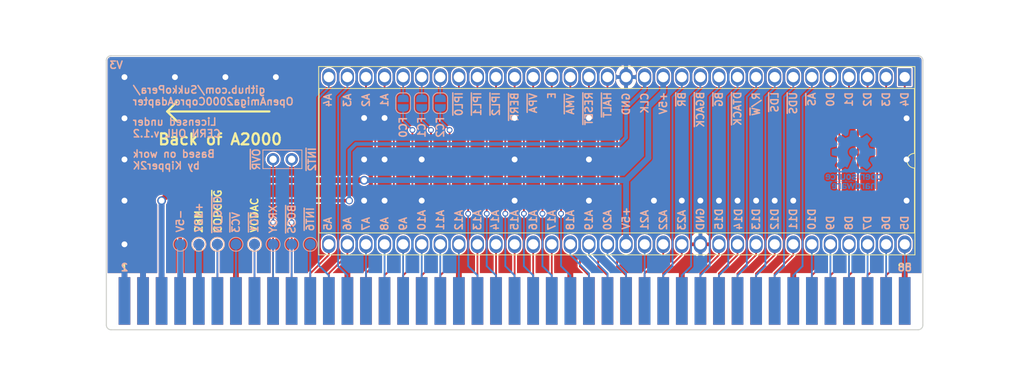
<source format=kicad_pcb>
(kicad_pcb (version 20171130) (host pcbnew 5.1.2)
  (title_block (title OpenAmiga2000CoproAdapter) (date 2019-03-21) (rev 3) (company SukkoPera) (comment 1 "Based on work by Kipper2K") (comment 2 "Licensed under CERN OHL v.1.2"))
  (layers (0 F.Cu signal) (31 B.Cu signal) (36 B.SilkS user) (37 F.SilkS user) (38 B.Mask user) (39 F.Mask user) (44 Edge.Cuts user))
  (net 0 "")
  (net 1 GND)
  (net 2 +5V)
  (net 3 /v7m)
  (net 4 "Net-(CN1-Pad17)")
  (net 5 "Net-(CN1-Pad19)")
  (net 6 /a5)
  (net 7 /a6)
  (net 8 /a4)
  (net 9 /a3)
  (net 10 /a2)
  (net 11 /a7)
  (net 12 /a1)
  (net 13 /a8)
  (net 14 /fc0)
  (net 15 /a9)
  (net 16 /fc1)
  (net 17 /a10)
  (net 18 /fc2)
  (net 19 /a11)
  (net 20 /a12)
  (net 21 /a13)
  (net 22 /~ipl0)
  (net 23 /a14)
  (net 24 /~ipl1)
  (net 25 /a15)
  (net 26 /~ipl2)
  (net 27 /a16)
  (net 28 /~berr)
  (net 29 /a17)
  (net 30 /~vpa)
  (net 31 /e)
  (net 32 /~vma)
  (net 33 /a18)
  (net 34 /~rst)
  (net 35 /a19)
  (net 36 /~hlt)
  (net 37 /a20)
  (net 38 /a22)
  (net 39 /a21)
  (net 40 /a23)
  (net 41 /~cbr)
  (net 42 /~bgack)
  (net 43 /d15)
  (net 44 /~cbg)
  (net 45 /d14)
  (net 46 /~dtack)
  (net 47 /d13)
  (net 48 /r_~w)
  (net 49 /d12)
  (net 50 /~lds)
  (net 51 /d11)
  (net 52 /~uds)
  (net 53 /~as)
  (net 54 /d0)
  (net 55 /d10)
  (net 56 /d1)
  (net 57 /d9)
  (net 58 /d2)
  (net 59 /d8)
  (net 60 /d3)
  (net 61 /d7)
  (net 62 /d4)
  (net 63 /d6)
  (net 64 /d5)
  (net 65 "Net-(P2-Pad2)")
  (net 66 "Net-(P3-Pad2)")
  (net 67 "Net-(P4-Pad2)")
  (net 68 -5V)
  (net 69 "Net-(CN1-Pad9)")
  (net 70 +12V)
  (net 71 "Net-(CN1-Pad11)")
  (net 72 "Net-(CN1-Pad12)")
  (net 73 "Net-(CN1-Pad14)")
  (net 74 "Net-(CN1-Pad15)")
  (net 75 "Net-(CN1-Pad16)")
  (net 76 "Net-(CN1-Pad18)")
  (net 77 "Net-(CN1-Pad20)")
  (net 78 "Net-(CN1-Pad22)")
  (module OpenAmiga2000CoproAdapter:PinHeader_1x02_P2.54mm_Vertical (layer B.Cu) (at 116.078 123.3805 90)
    (fp_text reference P1 hide)
    (fp_text value CONN_2)
    (pad 1 thru_hole circle (at 0 0 90) (size 1.7 1.7) (drill 1) (layers *.Cu *.Mask) (net 5 "Net-(CN1-Pad19)"))
    (pad 2 thru_hole oval (at 0 -2.54 90) (size 1.7 1.7) (drill 1) (layers *.Cu *.Mask) (net 4 "Net-(CN1-Pad17)"))
  )
  (module OpenAmiga2000CoproAdapter:A2000_COPRO_SLOT (layer F.Cu) (at 113.538 147.828)
    (fp_text reference CN1 hide)
    (fp_text value A2000_COPRO_SLOT)
    (fp_text user 1 (at -20.32 -9.652) (layer F.SilkS) (effects (font (thickness 0.2))))
    (fp_text user 2 (at -20.32 -9.652) (layer B.SilkS) (effects (font (thickness 0.2)) (justify mirror)))
    (fp_text user 85 (at 86.36 -9.652) (layer F.SilkS) (effects (font (thickness 0.2))))
    (fp_text user 86 (at 86.36 -9.652) (layer B.SilkS) (effects (font (thickness 0.2)) (justify mirror)))
    (pad 1 smd rect (at -20.32 -5.08) (size 1.6 6.5) (layers F.Cu F.Paste F.Mask) (net 1 GND))
    (pad 3 smd rect (at -17.78 -5.08) (size 1.6 6.5) (layers F.Cu F.Paste F.Mask) (net 1 GND))
    (pad 2 smd rect (at -20.32 -5.08) (size 1.6 6.5) (layers B.Cu B.Paste B.Mask) (net 1 GND))
    (pad 4 smd rect (at -17.78 -5.08) (size 1.6 6.5) (layers B.Cu B.Paste B.Mask) (net 1 GND))
    (pad 5 smd rect (at -15.24 -5.08) (size 1.6 6.5) (layers F.Cu F.Paste F.Mask) (net 2 +5V))
    (pad 6 smd rect (at -15.24 -5.08) (size 1.6 6.5) (layers B.Cu B.Paste B.Mask) (net 2 +5V))
    (pad 7 smd rect (at -12.7 -5.08) (size 1.6 6.5) (layers F.Cu F.Paste F.Mask) (net 3 /v7m))
    (pad 8 smd rect (at -12.7 -5.08) (size 1.6 6.5) (layers B.Cu B.Paste B.Mask) (net 68 -5V))
    (pad 9 smd rect (at -10.16 -5.08) (size 1.6 6.5) (layers F.Cu F.Paste F.Mask) (net 69 "Net-(CN1-Pad9)"))
    (pad 10 smd rect (at -10.16 -5.08) (size 1.6 6.5) (layers B.Cu B.Paste B.Mask) (net 70 +12V))
    (pad 11 smd rect (at -7.62 -5.08) (size 1.6 6.5) (layers F.Cu F.Paste F.Mask) (net 71 "Net-(CN1-Pad11)"))
    (pad 12 smd rect (at -7.62 -5.08) (size 1.6 6.5) (layers B.Cu B.Paste B.Mask) (net 72 "Net-(CN1-Pad12)"))
    (pad 13 smd rect (at -5.08 -5.08) (size 1.6 6.5) (layers F.Cu F.Paste F.Mask) (net 1 GND))
    (pad 14 smd rect (at -5.08 -5.08) (size 1.6 6.5) (layers B.Cu B.Paste B.Mask) (net 73 "Net-(CN1-Pad14)"))
    (pad 15 smd rect (at -2.54 -5.08) (size 1.6 6.5) (layers F.Cu F.Paste F.Mask) (net 74 "Net-(CN1-Pad15)"))
    (pad 16 smd rect (at -2.54 -5.08) (size 1.6 6.5) (layers B.Cu B.Paste B.Mask) (net 75 "Net-(CN1-Pad16)"))
    (pad 17 smd rect (at 0 -5.08) (size 1.6 6.5) (layers F.Cu F.Paste F.Mask) (net 4 "Net-(CN1-Pad17)"))
    (pad 18 smd rect (at 0 -5.08) (size 1.6 6.5) (layers B.Cu B.Paste B.Mask) (net 76 "Net-(CN1-Pad18)"))
    (pad 19 smd rect (at 2.54 -5.08) (size 1.6 6.5) (layers F.Cu F.Paste F.Mask) (net 5 "Net-(CN1-Pad19)"))
    (pad 20 smd rect (at 2.54 -5.08) (size 1.6 6.5) (layers B.Cu B.Paste B.Mask) (net 77 "Net-(CN1-Pad20)"))
    (pad 21 smd rect (at 5.08 -5.08) (size 1.6 6.5) (layers F.Cu F.Paste F.Mask) (net 6 /a5))
    (pad 22 smd rect (at 5.08 -5.08) (size 1.6 6.5) (layers B.Cu B.Paste B.Mask) (net 78 "Net-(CN1-Pad22)"))
    (pad 23 smd rect (at 7.62 -5.08) (size 1.6 6.5) (layers F.Cu F.Paste F.Mask) (net 7 /a6))
    (pad 24 smd rect (at 7.62 -5.08) (size 1.6 6.5) (layers B.Cu B.Paste B.Mask) (net 8 /a4))
    (pad 25 smd rect (at 10.16 -5.08) (size 1.6 6.5) (layers F.Cu F.Paste F.Mask) (net 1 GND))
    (pad 26 smd rect (at 10.16 -5.08) (size 1.6 6.5) (layers B.Cu B.Paste B.Mask) (net 9 /a3))
    (pad 27 smd rect (at 12.7 -5.08) (size 1.6 6.5) (layers F.Cu F.Paste F.Mask) (net 10 /a2))
    (pad 28 smd rect (at 12.7 -5.08) (size 1.6 6.5) (layers B.Cu B.Paste B.Mask) (net 11 /a7))
    (pad 29 smd rect (at 15.24 -5.08) (size 1.6 6.5) (layers F.Cu F.Paste F.Mask) (net 12 /a1))
    (pad 30 smd rect (at 15.24 -5.08) (size 1.6 6.5) (layers B.Cu B.Paste B.Mask) (net 13 /a8))
    (pad 31 smd rect (at 17.78 -5.08) (size 1.6 6.5) (layers F.Cu F.Paste F.Mask) (net 14 /fc0))
    (pad 32 smd rect (at 17.78 -5.08) (size 1.6 6.5) (layers B.Cu B.Paste B.Mask) (net 15 /a9))
    (pad 33 smd rect (at 20.32 -5.08) (size 1.6 6.5) (layers F.Cu F.Paste F.Mask) (net 16 /fc1))
    (pad 34 smd rect (at 20.32 -5.08) (size 1.6 6.5) (layers B.Cu B.Paste B.Mask) (net 17 /a10))
    (pad 35 smd rect (at 22.86 -5.08) (size 1.6 6.5) (layers F.Cu F.Paste F.Mask) (net 18 /fc2))
    (pad 36 smd rect (at 22.86 -5.08) (size 1.6 6.5) (layers B.Cu B.Paste B.Mask) (net 19 /a11))
    (pad 37 smd rect (at 25.4 -5.08) (size 1.6 6.5) (layers F.Cu F.Paste F.Mask) (net 1 GND))
    (pad 38 smd rect (at 25.4 -5.08) (size 1.6 6.5) (layers B.Cu B.Paste B.Mask) (net 20 /a12))
    (pad 39 smd rect (at 27.94 -5.08) (size 1.6 6.5) (layers F.Cu F.Paste F.Mask) (net 21 /a13))
    (pad 40 smd rect (at 27.94 -5.08) (size 1.6 6.5) (layers B.Cu B.Paste B.Mask) (net 22 /~ipl0))
    (pad 41 smd rect (at 30.48 -5.08) (size 1.6 6.5) (layers F.Cu F.Paste F.Mask) (net 23 /a14))
    (pad 42 smd rect (at 30.48 -5.08) (size 1.6 6.5) (layers B.Cu B.Paste B.Mask) (net 24 /~ipl1))
    (pad 43 smd rect (at 33.02 -5.08) (size 1.6 6.5) (layers F.Cu F.Paste F.Mask) (net 25 /a15))
    (pad 44 smd rect (at 33.02 -5.08) (size 1.6 6.5) (layers B.Cu B.Paste B.Mask) (net 26 /~ipl2))
    (pad 45 smd rect (at 35.56 -5.08) (size 1.6 6.5) (layers F.Cu F.Paste F.Mask) (net 27 /a16))
    (pad 46 smd rect (at 35.56 -5.08) (size 1.6 6.5) (layers B.Cu B.Paste B.Mask) (net 28 /~berr))
    (pad 47 smd rect (at 38.1 -5.08) (size 1.6 6.5) (layers F.Cu F.Paste F.Mask) (net 29 /a17))
    (pad 48 smd rect (at 38.1 -5.08) (size 1.6 6.5) (layers B.Cu B.Paste B.Mask) (net 30 /~vpa))
    (pad 49 smd rect (at 40.64 -5.08) (size 1.6 6.5) (layers F.Cu F.Paste F.Mask) (net 1 GND))
    (pad 50 smd rect (at 40.64 -5.08) (size 1.6 6.5) (layers B.Cu B.Paste B.Mask) (net 31 /e))
    (pad 51 smd rect (at 43.18 -5.08) (size 1.6 6.5) (layers F.Cu F.Paste F.Mask) (net 32 /~vma))
    (pad 52 smd rect (at 43.18 -5.08) (size 1.6 6.5) (layers B.Cu B.Paste B.Mask) (net 33 /a18))
    (pad 53 smd rect (at 45.72 -5.08) (size 1.6 6.5) (layers F.Cu F.Paste F.Mask) (net 34 /~rst))
    (pad 54 smd rect (at 45.72 -5.08) (size 1.6 6.5) (layers B.Cu B.Paste B.Mask) (net 35 /a19))
    (pad 55 smd rect (at 48.26 -5.08) (size 1.6 6.5) (layers F.Cu F.Paste F.Mask) (net 36 /~hlt))
    (pad 56 smd rect (at 48.26 -5.08) (size 1.6 6.5) (layers B.Cu B.Paste B.Mask) (net 37 /a20))
    (pad 57 smd rect (at 50.8 -5.08) (size 1.6 6.5) (layers F.Cu F.Paste F.Mask) (net 38 /a22))
    (pad 58 smd rect (at 50.8 -5.08) (size 1.6 6.5) (layers B.Cu B.Paste B.Mask) (net 39 /a21))
    (pad 59 smd rect (at 53.34 -5.08) (size 1.6 6.5) (layers F.Cu F.Paste F.Mask) (net 40 /a23))
    (pad 60 smd rect (at 53.34 -5.08) (size 1.6 6.5) (layers B.Cu B.Paste B.Mask) (net 41 /~cbr))
    (pad 61 smd rect (at 55.88 -5.08) (size 1.6 6.5) (layers F.Cu F.Paste F.Mask) (net 1 GND))
    (pad 62 smd rect (at 55.88 -5.08) (size 1.6 6.5) (layers B.Cu B.Paste B.Mask) (net 42 /~bgack))
    (pad 63 smd rect (at 58.42 -5.08) (size 1.6 6.5) (layers F.Cu F.Paste F.Mask) (net 43 /d15))
    (pad 64 smd rect (at 58.42 -5.08) (size 1.6 6.5) (layers B.Cu B.Paste B.Mask) (net 44 /~cbg))
    (pad 65 smd rect (at 60.96 -5.08) (size 1.6 6.5) (layers F.Cu F.Paste F.Mask) (net 45 /d14))
    (pad 66 smd rect (at 60.96 -5.08) (size 1.6 6.5) (layers B.Cu B.Paste B.Mask) (net 46 /~dtack))
    (pad 67 smd rect (at 63.5 -5.08) (size 1.6 6.5) (layers F.Cu F.Paste F.Mask) (net 47 /d13))
    (pad 68 smd rect (at 63.5 -5.08) (size 1.6 6.5) (layers B.Cu B.Paste B.Mask) (net 48 /r_~w))
    (pad 69 smd rect (at 66.04 -5.08) (size 1.6 6.5) (layers F.Cu F.Paste F.Mask) (net 49 /d12))
    (pad 70 smd rect (at 66.04 -5.08) (size 1.6 6.5) (layers B.Cu B.Paste B.Mask) (net 50 /~lds))
    (pad 71 smd rect (at 68.58 -5.08) (size 1.6 6.5) (layers F.Cu F.Paste F.Mask) (net 51 /d11))
    (pad 72 smd rect (at 68.58 -5.08) (size 1.6 6.5) (layers B.Cu B.Paste B.Mask) (net 52 /~uds))
    (pad 73 smd rect (at 71.12 -5.08) (size 1.6 6.5) (layers F.Cu F.Paste F.Mask) (net 1 GND))
    (pad 74 smd rect (at 71.12 -5.08) (size 1.6 6.5) (layers B.Cu B.Paste B.Mask) (net 53 /~as))
    (pad 75 smd rect (at 73.66 -5.08) (size 1.6 6.5) (layers F.Cu F.Paste F.Mask) (net 54 /d0))
    (pad 76 smd rect (at 73.66 -5.08) (size 1.6 6.5) (layers B.Cu B.Paste B.Mask) (net 55 /d10))
    (pad 77 smd rect (at 76.2 -5.08) (size 1.6 6.5) (layers F.Cu F.Paste F.Mask) (net 56 /d1))
    (pad 78 smd rect (at 76.2 -5.08) (size 1.6 6.5) (layers B.Cu B.Paste B.Mask) (net 57 /d9))
    (pad 79 smd rect (at 78.74 -5.08) (size 1.6 6.5) (layers F.Cu F.Paste F.Mask) (net 58 /d2))
    (pad 80 smd rect (at 78.74 -5.08) (size 1.6 6.5) (layers B.Cu B.Paste B.Mask) (net 59 /d8))
    (pad 81 smd rect (at 81.28 -5.08) (size 1.6 6.5) (layers F.Cu F.Paste F.Mask) (net 60 /d3))
    (pad 82 smd rect (at 81.28 -5.08) (size 1.6 6.5) (layers B.Cu B.Paste B.Mask) (net 61 /d7))
    (pad 83 smd rect (at 83.82 -5.08) (size 1.6 6.5) (layers F.Cu F.Paste F.Mask) (net 62 /d4))
    (pad 84 smd rect (at 83.82 -5.08) (size 1.6 6.5) (layers B.Cu B.Paste B.Mask) (net 63 /d6))
    (pad 85 smd rect (at 86.36 -5.08) (size 1.6 6.5) (layers F.Cu F.Paste F.Mask) (net 1 GND))
    (pad 86 smd rect (at 86.36 -5.08) (size 1.6 6.5) (layers B.Cu B.Paste B.Mask) (net 64 /d5))
  )
  (module OpenAmiga2000CoproAdapter:DIP-64_W22.86mm_Socket_LongPads (layer F.Cu) (at 199.898 112.141 270)
    (fp_text reference U1 hide)
    (fp_text value 68000D)
    (pad 1 thru_hole rect (at 0 0 270) (size 2.4 1.8) (drill 1.4) (layers *.Cu *.Mask) (net 62 /d4))
    (pad 33 thru_hole oval (at 22.86 78.74 270) (size 2.4 1.8) (drill 1.4) (layers *.Cu *.Mask) (net 6 /a5))
    (pad 2 thru_hole oval (at 0 2.54 270) (size 2.4 1.8) (drill 1.4) (layers *.Cu *.Mask) (net 60 /d3))
    (pad 34 thru_hole oval (at 22.86 76.2 270) (size 2.4 1.8) (drill 1.4) (layers *.Cu *.Mask) (net 7 /a6))
    (pad 3 thru_hole oval (at 0 5.08 270) (size 2.4 1.8) (drill 1.4) (layers *.Cu *.Mask) (net 58 /d2))
    (pad 35 thru_hole oval (at 22.86 73.66 270) (size 2.4 1.8) (drill 1.4) (layers *.Cu *.Mask) (net 11 /a7))
    (pad 4 thru_hole oval (at 0 7.62 270) (size 2.4 1.8) (drill 1.4) (layers *.Cu *.Mask) (net 56 /d1))
    (pad 36 thru_hole oval (at 22.86 71.12 270) (size 2.4 1.8) (drill 1.4) (layers *.Cu *.Mask) (net 13 /a8))
    (pad 5 thru_hole oval (at 0 10.16 270) (size 2.4 1.8) (drill 1.4) (layers *.Cu *.Mask) (net 54 /d0))
    (pad 37 thru_hole oval (at 22.86 68.58 270) (size 2.4 1.8) (drill 1.4) (layers *.Cu *.Mask) (net 15 /a9))
    (pad 6 thru_hole oval (at 0 12.7 270) (size 2.4 1.8) (drill 1.4) (layers *.Cu *.Mask) (net 53 /~as))
    (pad 38 thru_hole oval (at 22.86 66.04 270) (size 2.4 1.8) (drill 1.4) (layers *.Cu *.Mask) (net 17 /a10))
    (pad 7 thru_hole oval (at 0 15.24 270) (size 2.4 1.8) (drill 1.4) (layers *.Cu *.Mask) (net 52 /~uds))
    (pad 39 thru_hole oval (at 22.86 63.5 270) (size 2.4 1.8) (drill 1.4) (layers *.Cu *.Mask) (net 19 /a11))
    (pad 8 thru_hole oval (at 0 17.78 270) (size 2.4 1.8) (drill 1.4) (layers *.Cu *.Mask) (net 50 /~lds))
    (pad 40 thru_hole oval (at 22.86 60.96 270) (size 2.4 1.8) (drill 1.4) (layers *.Cu *.Mask) (net 20 /a12))
    (pad 9 thru_hole oval (at 0 20.32 270) (size 2.4 1.8) (drill 1.4) (layers *.Cu *.Mask) (net 48 /r_~w))
    (pad 41 thru_hole oval (at 22.86 58.42 270) (size 2.4 1.8) (drill 1.4) (layers *.Cu *.Mask) (net 21 /a13))
    (pad 10 thru_hole oval (at 0 22.86 270) (size 2.4 1.8) (drill 1.4) (layers *.Cu *.Mask) (net 46 /~dtack))
    (pad 42 thru_hole oval (at 22.86 55.88 270) (size 2.4 1.8) (drill 1.4) (layers *.Cu *.Mask) (net 23 /a14))
    (pad 11 thru_hole oval (at 0 25.4 270) (size 2.4 1.8) (drill 1.4) (layers *.Cu *.Mask) (net 44 /~cbg))
    (pad 43 thru_hole oval (at 22.86 53.34 270) (size 2.4 1.8) (drill 1.4) (layers *.Cu *.Mask) (net 25 /a15))
    (pad 12 thru_hole oval (at 0 27.94 270) (size 2.4 1.8) (drill 1.4) (layers *.Cu *.Mask) (net 42 /~bgack))
    (pad 44 thru_hole oval (at 22.86 50.8 270) (size 2.4 1.8) (drill 1.4) (layers *.Cu *.Mask) (net 27 /a16))
    (pad 13 thru_hole oval (at 0 30.48 270) (size 2.4 1.8) (drill 1.4) (layers *.Cu *.Mask) (net 41 /~cbr))
    (pad 45 thru_hole oval (at 22.86 48.26 270) (size 2.4 1.8) (drill 1.4) (layers *.Cu *.Mask) (net 29 /a17))
    (pad 14 thru_hole oval (at 0 33.02 270) (size 2.4 1.8) (drill 1.4) (layers *.Cu *.Mask) (net 2 +5V))
    (pad 46 thru_hole oval (at 22.86 45.72 270) (size 2.4 1.8) (drill 1.4) (layers *.Cu *.Mask) (net 33 /a18))
    (pad 15 thru_hole oval (at 0 35.56 270) (size 2.4 1.8) (drill 1.4) (layers *.Cu *.Mask) (net 3 /v7m))
    (pad 47 thru_hole oval (at 22.86 43.18 270) (size 2.4 1.8) (drill 1.4) (layers *.Cu *.Mask) (net 35 /a19))
    (pad 16 thru_hole oval (at 0 38.1 270) (size 2.4 1.8) (drill 1.4) (layers *.Cu *.Mask) (net 1 GND))
    (pad 48 thru_hole oval (at 22.86 40.64 270) (size 2.4 1.8) (drill 1.4) (layers *.Cu *.Mask) (net 37 /a20))
    (pad 17 thru_hole oval (at 0 40.64 270) (size 2.4 1.8) (drill 1.4) (layers *.Cu *.Mask) (net 36 /~hlt))
    (pad 49 thru_hole oval (at 22.86 38.1 270) (size 2.4 1.8) (drill 1.4) (layers *.Cu *.Mask) (net 2 +5V))
    (pad 18 thru_hole oval (at 0 43.18 270) (size 2.4 1.8) (drill 1.4) (layers *.Cu *.Mask) (net 34 /~rst))
    (pad 50 thru_hole oval (at 22.86 35.56 270) (size 2.4 1.8) (drill 1.4) (layers *.Cu *.Mask) (net 39 /a21))
    (pad 19 thru_hole oval (at 0 45.72 270) (size 2.4 1.8) (drill 1.4) (layers *.Cu *.Mask) (net 32 /~vma))
    (pad 51 thru_hole oval (at 22.86 33.02 270) (size 2.4 1.8) (drill 1.4) (layers *.Cu *.Mask) (net 38 /a22))
    (pad 20 thru_hole oval (at 0 48.26 270) (size 2.4 1.8) (drill 1.4) (layers *.Cu *.Mask) (net 31 /e))
    (pad 52 thru_hole oval (at 22.86 30.48 270) (size 2.4 1.8) (drill 1.4) (layers *.Cu *.Mask) (net 40 /a23))
    (pad 21 thru_hole oval (at 0 50.8 270) (size 2.4 1.8) (drill 1.4) (layers *.Cu *.Mask) (net 30 /~vpa))
    (pad 53 thru_hole oval (at 22.86 27.94 270) (size 2.4 1.8) (drill 1.4) (layers *.Cu *.Mask) (net 1 GND))
    (pad 22 thru_hole oval (at 0 53.34 270) (size 2.4 1.8) (drill 1.4) (layers *.Cu *.Mask) (net 28 /~berr))
    (pad 54 thru_hole oval (at 22.86 25.4 270) (size 2.4 1.8) (drill 1.4) (layers *.Cu *.Mask) (net 43 /d15))
    (pad 23 thru_hole oval (at 0 55.88 270) (size 2.4 1.8) (drill 1.4) (layers *.Cu *.Mask) (net 26 /~ipl2))
    (pad 55 thru_hole oval (at 22.86 22.86 270) (size 2.4 1.8) (drill 1.4) (layers *.Cu *.Mask) (net 45 /d14))
    (pad 24 thru_hole oval (at 0 58.42 270) (size 2.4 1.8) (drill 1.4) (layers *.Cu *.Mask) (net 24 /~ipl1))
    (pad 56 thru_hole oval (at 22.86 20.32 270) (size 2.4 1.8) (drill 1.4) (layers *.Cu *.Mask) (net 47 /d13))
    (pad 25 thru_hole oval (at 0 60.96 270) (size 2.4 1.8) (drill 1.4) (layers *.Cu *.Mask) (net 22 /~ipl0))
    (pad 57 thru_hole oval (at 22.86 17.78 270) (size 2.4 1.8) (drill 1.4) (layers *.Cu *.Mask) (net 49 /d12))
    (pad 26 thru_hole oval (at 0 63.5 270) (size 2.4 1.8) (drill 1.4) (layers *.Cu *.Mask) (net 65 "Net-(P2-Pad2)"))
    (pad 58 thru_hole oval (at 22.86 15.24 270) (size 2.4 1.8) (drill 1.4) (layers *.Cu *.Mask) (net 51 /d11))
    (pad 27 thru_hole oval (at 0 66.04 270) (size 2.4 1.8) (drill 1.4) (layers *.Cu *.Mask) (net 66 "Net-(P3-Pad2)"))
    (pad 59 thru_hole oval (at 22.86 12.7 270) (size 2.4 1.8) (drill 1.4) (layers *.Cu *.Mask) (net 55 /d10))
    (pad 28 thru_hole oval (at 0 68.58 270) (size 2.4 1.8) (drill 1.4) (layers *.Cu *.Mask) (net 67 "Net-(P4-Pad2)"))
    (pad 60 thru_hole oval (at 22.86 10.16 270) (size 2.4 1.8) (drill 1.4) (layers *.Cu *.Mask) (net 57 /d9))
    (pad 29 thru_hole oval (at 0 71.12 270) (size 2.4 1.8) (drill 1.4) (layers *.Cu *.Mask) (net 12 /a1))
    (pad 61 thru_hole oval (at 22.86 7.62 270) (size 2.4 1.8) (drill 1.4) (layers *.Cu *.Mask) (net 59 /d8))
    (pad 30 thru_hole oval (at 0 73.66 270) (size 2.4 1.8) (drill 1.4) (layers *.Cu *.Mask) (net 10 /a2))
    (pad 62 thru_hole oval (at 22.86 5.08 270) (size 2.4 1.8) (drill 1.4) (layers *.Cu *.Mask) (net 61 /d7))
    (pad 31 thru_hole oval (at 0 76.2 270) (size 2.4 1.8) (drill 1.4) (layers *.Cu *.Mask) (net 9 /a3))
    (pad 63 thru_hole oval (at 22.86 2.54 270) (size 2.4 1.8) (drill 1.4) (layers *.Cu *.Mask) (net 63 /d6))
    (pad 32 thru_hole oval (at 0 78.74 270) (size 2.4 1.8) (drill 1.4) (layers *.Cu *.Mask) (net 8 /a4))
    (pad 64 thru_hole oval (at 22.86 0 270) (size 2.4 1.8) (drill 1.4) (layers *.Cu *.Mask) (net 64 /d5))
  )
  (module Jumper:SolderJumper-2_P1.3mm_Open_RoundedPad1.0x1.5mm (layer B.Cu) (at 136.398 115.697 90)
    (fp_text reference P2 hide)
    (fp_text value CONN_2)
    (pad 1 smd custom (at -0.65 0 90) (size 1 0.5) (layers B.Cu B.Mask) (net 18 /fc2) (options (clearance outline) (anchor rect)) (primitives (gr_circle (center 0 -0.25) (end 0.5 -0.25) (width 0)) (gr_circle (center 0 0.25) (end 0.5 0.25) (width 0)) (gr_poly (pts (xy 0 0.75) (xy 0.5 0.75) (xy 0.5 -0.75) (xy 0 -0.75)) (width 0))))
    (pad 2 smd custom (at 0.65 0 90) (size 1 0.5) (layers B.Cu B.Mask) (net 65 "Net-(P2-Pad2)") (options (clearance outline) (anchor rect)) (primitives (gr_circle (center 0 -0.25) (end 0.5 -0.25) (width 0)) (gr_circle (center 0 0.25) (end 0.5 0.25) (width 0)) (gr_poly (pts (xy 0 0.75) (xy -0.5 0.75) (xy -0.5 -0.75) (xy 0 -0.75)) (width 0))))
  )
  (module Jumper:SolderJumper-2_P1.3mm_Open_RoundedPad1.0x1.5mm (layer B.Cu) (at 133.858 115.697 90)
    (fp_text reference P3 hide)
    (fp_text value CONN_2)
    (pad 2 smd custom (at 0.65 0 90) (size 1 0.5) (layers B.Cu B.Mask) (net 66 "Net-(P3-Pad2)") (options (clearance outline) (anchor rect)) (primitives (gr_circle (center 0 -0.25) (end 0.5 -0.25) (width 0)) (gr_circle (center 0 0.25) (end 0.5 0.25) (width 0)) (gr_poly (pts (xy 0 0.75) (xy -0.5 0.75) (xy -0.5 -0.75) (xy 0 -0.75)) (width 0))))
    (pad 1 smd custom (at -0.65 0 90) (size 1 0.5) (layers B.Cu B.Mask) (net 16 /fc1) (options (clearance outline) (anchor rect)) (primitives (gr_circle (center 0 -0.25) (end 0.5 -0.25) (width 0)) (gr_circle (center 0 0.25) (end 0.5 0.25) (width 0)) (gr_poly (pts (xy 0 0.75) (xy 0.5 0.75) (xy 0.5 -0.75) (xy 0 -0.75)) (width 0))))
  )
  (module Jumper:SolderJumper-2_P1.3mm_Open_RoundedPad1.0x1.5mm (layer B.Cu) (at 131.318 115.697 90)
    (fp_text reference P4 hide)
    (fp_text value CONN_2)
    (pad 1 smd custom (at -0.65 0 90) (size 1 0.5) (layers B.Cu B.Mask) (net 14 /fc0) (options (clearance outline) (anchor rect)) (primitives (gr_circle (center 0 -0.25) (end 0.5 -0.25) (width 0)) (gr_circle (center 0 0.25) (end 0.5 0.25) (width 0)) (gr_poly (pts (xy 0 0.75) (xy 0.5 0.75) (xy 0.5 -0.75) (xy 0 -0.75)) (width 0))))
    (pad 2 smd custom (at 0.65 0 90) (size 1 0.5) (layers B.Cu B.Mask) (net 67 "Net-(P4-Pad2)") (options (clearance outline) (anchor rect)) (primitives (gr_circle (center 0 -0.25) (end 0.5 -0.25) (width 0)) (gr_circle (center 0 0.25) (end 0.5 0.25) (width 0)) (gr_poly (pts (xy 0 0.75) (xy -0.5 0.75) (xy -0.5 -0.75) (xy 0 -0.75)) (width 0))))
  )
  (module Symbol:OSHW-Logo_7.5x8mm_Copper (layer B.Cu) (at 192.913 123.444 180)
    (fp_text reference P99 hide)
    (fp_text value OSHW_LOGO hide)
    (fp_poly (pts (xy -2.53664 -1.952468) (xy -2.501408 -1.969874) (xy -2.45796 -2.000206) (xy -2.426294 -2.033283) (xy -2.404606 -2.074817) (xy -2.391097 -2.130522) (xy -2.383962 -2.206111) (xy -2.3814 -2.307296) (xy -2.38125 -2.350797) (xy -2.381688 -2.446135) (xy -2.383504 -2.514271) (xy -2.387455 -2.561418) (xy -2.394298 -2.59379) (xy -2.404789 -2.6176) (xy -2.415704 -2.633843) (xy -2.485381 -2.702952) (xy -2.567434 -2.744521) (xy -2.65595 -2.757023) (xy -2.745019 -2.738934) (xy -2.773237 -2.726142) (xy -2.84079 -2.690931) (xy -2.84079 -3.2427) (xy -2.791488 -3.217205) (xy -2.726527 -3.19748) (xy -2.64668 -3.192427) (xy -2.566948 -3.201756) (xy -2.506735 -3.222714) (xy -2.456792 -3.262627) (xy -2.414119 -3.319741) (xy -2.41091 -3.325605) (xy -2.397378 -3.353227) (xy -2.387495 -3.381068) (xy -2.380691 -3.414794) (xy -2.376399 -3.460071) (xy -2.374049 -3.522562) (xy -2.373072 -3.607935) (xy -2.372895 -3.70401) (xy -2.372895 -4.010526) (xy -2.556711 -4.010526) (xy -2.556711 -3.445339) (xy -2.608125 -3.402077) (xy -2.661534 -3.367472) (xy -2.712112 -3.36118) (xy -2.76297 -3.377372) (xy -2.790075 -3.393227) (xy -2.810249 -3.41581) (xy -2.824597 -3.44994) (xy -2.834224 -3.500434) (xy -2.840237 -3.572111) (xy -2.84374 -3.669788) (xy -2.844974 -3.734802) (xy -2.849145 -4.002171) (xy -2.936875 -4.007222) (xy -3.024606 -4.012273) (xy -3.024606 -2.353101) (xy -2.84079 -2.353101) (xy -2.836104 -2.4456) (xy -2.820312 -2.509809) (xy -2.790817 -2.549759) (xy -2.74502 -2.56948) (xy -2.69875 -2.573421) (xy -2.646372 -2.568892) (xy -2.61161 -2.551069) (xy -2.589872 -2.527519) (xy -2.57276 -2.502189) (xy -2.562573 -2.473969) (xy -2.55804 -2.434431) (xy -2.557891 -2.375142) (xy -2.559416 -2.325498) (xy -2.562919 -2.25071) (xy -2.568133 -2.201611) (xy -2.576913 -2.170467) (xy -2.591114 -2.149545) (xy -2.604516 -2.137452) (xy -2.660513 -2.111081) (xy -2.726789 -2.106822) (xy -2.764844 -2.115906) (xy -2.802523 -2.148196) (xy -2.827481 -2.211006) (xy -2.839578 -2.303894) (xy -2.84079 -2.353101) (xy -3.024606 -2.353101) (xy -3.024606 -1.938421) (xy -2.932698 -1.938421) (xy -2.877517 -1.940603) (xy -2.849048 -1.948351) (xy -2.840794 -1.963468) (xy -2.84079 -1.963916) (xy -2.83696 -1.97872) (xy -2.820067 -1.977039) (xy -2.786481 -1.960772) (xy -2.708222 -1.935887) (xy -2.620173 -1.933271) (xy -2.53664 -1.952468)) (layer B.Cu) (width 0.01))
    (fp_poly (pts (xy -1.839543 -3.198184) (xy -1.76093 -3.21916) (xy -1.701084 -3.25718) (xy -1.658853 -3.306978) (xy -1.645725 -3.32823) (xy -1.636032 -3.350492) (xy -1.629256 -3.37897) (xy -1.624877 -3.418871) (xy -1.622376 -3.475401) (xy -1.621232 -3.553767) (xy -1.620928 -3.659176) (xy -1.620922 -3.687142) (xy -1.620922 -4.010526) (xy -1.701132 -4.010526) (xy -1.752294 -4.006943) (xy -1.790123 -3.997866) (xy -1.799601 -3.992268) (xy -1.825512 -3.982606) (xy -1.851976 -3.992268) (xy -1.895548 -4.00433) (xy -1.95884 -4.009185) (xy -2.02899 -4.007078) (xy -2.09314 -3.998256) (xy -2.130593 -3.986937) (xy -2.203067 -3.940412) (xy -2.24836 -3.875846) (xy -2.268722 -3.79) (xy -2.268912 -3.787796) (xy -2.267125 -3.749713) (xy -2.105527 -3.749713) (xy -2.091399 -3.79303) (xy -2.068388 -3.817408) (xy -2.022196 -3.835845) (xy -1.961225 -3.843205) (xy -1.899051 -3.839583) (xy -1.849249 -3.825074) (xy -1.835297 -3.815765) (xy -1.810915 -3.772753) (xy -1.804737 -3.723857) (xy -1.804737 -3.659605) (xy -1.897182 -3.659605) (xy -1.985005 -3.666366) (xy -2.051582 -3.68552) (xy -2.092998 -3.715376) (xy -2.105527 -3.749713) (xy -2.267125 -3.749713) (xy -2.26451 -3.694004) (xy -2.233576 -3.619847) (xy -2.175419 -3.563767) (xy -2.16738 -3.558665) (xy -2.132837 -3.542055) (xy -2.090082 -3.531996) (xy -2.030314 -3.527107) (xy -1.95931 -3.525983) (xy -1.804737 -3.525921) (xy -1.804737 -3.461125) (xy -1.811294 -3.41085) (xy -1.828025 -3.377169) (xy -1.829984 -3.375376) (xy -1.867217 -3.360642) (xy -1.92342 -3.354931) (xy -1.985533 -3.357737) (xy -2.04049 -3.368556) (xy -2.073101 -3.384782) (xy -2.090772 -3.39778) (xy -2.109431 -3.400262) (xy -2.135181 -3.389613) (xy -2.174127 -3.363218) (xy -2.23237 -3.318465) (xy -2.237716 -3.314273) (xy -2.234977 -3.29876) (xy -2.212124 -3.27296) (xy -2.177391 -3.244289) (xy -2.13901 -3.220166) (xy -2.126952 -3.21447) (xy -2.082966 -3.203103) (xy -2.018513 -3.194995) (xy -1.946503 -3.191743) (xy -1.943136 -3.191736) (xy -1.839543 -3.198184)) (layer B.Cu) (width 0.01))
    (fp_poly (pts (xy -1.320119 -3.193486) (xy -1.295112 -3.200982) (xy -1.28705 -3.217451) (xy -1.286711 -3.224886) (xy -1.285264 -3.245594) (xy -1.275302 -3.248845) (xy -1.248388 -3.234648) (xy -1.232402 -3.224948) (xy -1.181967 -3.204175) (xy -1.121728 -3.193904) (xy -1.058566 -3.193114) (xy -0.999363 -3.200786) (xy -0.950998 -3.215898) (xy -0.920354 -3.237432) (xy -0.914311 -3.264366) (xy -0.917361 -3.27166) (xy -0.939594 -3.301937) (xy -0.97407 -3.339175) (xy -0.980306 -3.345195) (xy -1.013167 -3.372875) (xy -1.04152 -3.381818) (xy -1.081173 -3.375576) (xy -1.097058 -3.371429) (xy -1.146491 -3.361467) (xy -1.181248 -3.365947) (xy -1.2106 -3.381746) (xy -1.237487 -3.402949) (xy -1.25729 -3.429614) (xy -1.271052 -3.466827) (xy -1.279816 -3.519673) (xy -1.284626 -3.593237) (xy -1.286526 -3.692605) (xy -1.286711 -3.752601) (xy -1.286711 -4.010526) (xy -1.453816 -4.010526) (xy -1.453816 -3.19171) (xy -1.370264 -3.19171) (xy -1.320119 -3.193486)) (layer B.Cu) (width 0.01))
    (fp_poly (pts (xy -0.267369 -4.010526) (xy -0.359277 -4.010526) (xy -0.412623 -4.008962) (xy -0.440407 -4.002485) (xy -0.45041 -3.988418) (xy -0.451185 -3.978906) (xy -0.452872 -3.959832) (xy -0.46351 -3.956174) (xy -0.491465 -3.967932) (xy -0.513205 -3.978906) (xy -0.596668 -4.004911) (xy -0.687396 -4.006416) (xy -0.761158 -3.987021) (xy -0.829846 -3.940165) (xy -0.882206 -3.871004) (xy -0.910878 -3.789427) (xy -0.911608 -3.784866) (xy -0.915868 -3.735101) (xy -0.917986 -3.663659) (xy -0.917816 -3.609626) (xy -0.73528 -3.609626) (xy -0.731051 -3.681441) (xy -0.721432 -3.740634) (xy -0.70841 -3.77406) (xy -0.659144 -3.81974) (xy -0.60065 -3.836115) (xy -0.540329 -3.822873) (xy -0.488783 -3.783373) (xy -0.469262 -3.756807) (xy -0.457848 -3.725106) (xy -0.452502 -3.678832) (xy -0.451185 -3.609328) (xy -0.453542 -3.540499) (xy -0.459767 -3.480026) (xy -0.468592 -3.439556) (xy -0.470063 -3.435929) (xy -0.505653 -3.392802) (xy -0.5576 -3.369124) (xy -0.615722 -3.365301) (xy -0.66984 -3.381738) (xy -0.709774 -3.41884) (xy -0.713917 -3.426222) (xy -0.726884 -3.471239) (xy -0.733948 -3.535967) (xy -0.73528 -3.609626) (xy -0.917816 -3.609626) (xy -0.917729 -3.58223) (xy -0.916528 -3.538405) (xy -0.908355 -3.429988) (xy -0.89137 -3.348588) (xy -0.863113 -3.288412) (xy -0.821128 -3.243666) (xy -0.780368 -3.2174) (xy -0.723419 -3.198935) (xy -0.652589 -3.192602) (xy -0.580059 -3.19776) (xy -0.518014 -3.213769) (xy -0.485232 -3.23292) (xy -0.451185 -3.263732) (xy -0.451185 -2.87421) (xy -0.267369 -2.87421) (xy -0.267369 -4.010526)) (layer B.Cu) (width 0.01))
    (fp_poly (pts (xy 0.37413 -3.195104) (xy 0.44022 -3.200066) (xy 0.526626 -3.459079) (xy 0.613031 -3.718092) (xy 0.640124 -3.626184) (xy 0.656428 -3.569384) (xy 0.677875 -3.492625) (xy 0.701035 -3.408251) (xy 0.71328 -3.362993) (xy 0.759344 -3.19171) (xy 0.949387 -3.19171) (xy 0.892582 -3.371349) (xy 0.864607 -3.459704) (xy 0.830813 -3.566281) (xy 0.79552 -3.677454) (xy 0.764013 -3.776579) (xy 0.69225 -4.002171) (xy 0.537286 -4.012253) (xy 0.49527 -3.873528) (xy 0.469359 -3.787351) (xy 0.441083 -3.692347) (xy 0.416369 -3.608441) (xy 0.415394 -3.605102) (xy 0.396935 -3.548248) (xy 0.380649 -3.509456) (xy 0.369242 -3.494787) (xy 0.366898 -3.496483) (xy 0.358671 -3.519225) (xy 0.343038 -3.56794) (xy 0.321904 -3.636502) (xy 0.29717 -3.718785) (xy 0.283787 -3.764046) (xy 0.211311 -4.010526) (xy 0.057495 -4.010526) (xy -0.065469 -3.622006) (xy -0.100012 -3.513022) (xy -0.131479 -3.414048) (xy -0.158384 -3.329736) (xy -0.179241 -3.264734) (xy -0.192562 -3.223692) (xy -0.196612 -3.211701) (xy -0.193406 -3.199423) (xy -0.168235 -3.194046) (xy -0.115854 -3.194584) (xy -0.107655 -3.19499) (xy -0.010518 -3.200066) (xy 0.0531 -3.434013) (xy 0.076484 -3.519333) (xy 0.097381 -3.594335) (xy 0.113951 -3.652507) (xy 0.124354 -3.687337) (xy 0.126276 -3.693016) (xy 0.134241 -3.686486) (xy 0.150304 -3.652654) (xy 0.172621 -3.596127) (xy 0.199345 -3.52151) (xy 0.221937 -3.454107) (xy 0.308041 -3.190143) (xy 0.37413 -3.195104)) (layer B.Cu) (width 0.01))
    (fp_poly (pts (xy 1.379992 -3.196673) (xy 1.450427 -3.21378) (xy 1.470787 -3.222844) (xy 1.510253 -3.246583) (xy 1.540541 -3.273321) (xy 1.562952 -3.307699) (xy 1.578786 -3.35436) (xy 1.589343 -3.417946) (xy 1.595924 -3.503099) (xy 1.599828 -3.614462) (xy 1.60131 -3.688849) (xy 1.606765 -4.010526) (xy 1.51358 -4.010526) (xy 1.457047 -4.008156) (xy 1.427922 -4.000055) (xy 1.420394 -3.986451) (xy 1.41642 -3.971741) (xy 1.398652 -3.974554) (xy 1.37444 -3.986348) (xy 1.313828 -4.004427) (xy 1.235929 -4.009299) (xy 1.153995 -4.00133) (xy 1.081281 -3.980889) (xy 1.074759 -3.978051) (xy 1.008302 -3.931365) (xy 0.964491 -3.866464) (xy 0.944332 -3.7906) (xy 0.945872 -3.763344) (xy 1.110345 -3.763344) (xy 1.124837 -3.800024) (xy 1.167805 -3.826309) (xy 1.237129 -3.840417) (xy 1.274177 -3.84229) (xy 1.335919 -3.837494) (xy 1.37696 -3.818858) (xy 1.386973 -3.81) (xy 1.4141 -3.761806) (xy 1.420394 -3.718092) (xy 1.420394 -3.659605) (xy 1.33893 -3.659605) (xy 1.244234 -3.664432) (xy 1.177813 -3.679613) (xy 1.135846 -3.7062) (xy 1.126449 -3.718052) (xy 1.110345 -3.763344) (xy 0.945872 -3.763344) (xy 0.948829 -3.711026) (xy 0.978985 -3.634995) (xy 1.020131 -3.583612) (xy 1.045052 -3.561397) (xy 1.069448 -3.546798) (xy 1.101191 -3.537897) (xy 1.148152 -3.532775) (xy 1.218204 -3.529515) (xy 1.24599 -3.528577) (xy 1.420394 -3.522879) (xy 1.420138 -3.470091) (xy 1.413384 -3.414603) (xy 1.388964 -3.381052) (xy 1.33963 -3.359618) (xy 1.338306 -3.359236) (xy 1.26836 -3.350808) (xy 1.199914 -3.361816) (xy 1.149047 -3.388585) (xy 1.128637 -3.401803) (xy 1.106654 -3.399974) (xy 1.072826 -3.380824) (xy 1.052961 -3.367308) (xy 1.014106 -3.338432) (xy 0.990038 -3.316786) (xy 0.986176 -3.310589) (xy 1.002079 -3.278519) (xy 1.049065 -3.240219) (xy 1.069473 -3.227297) (xy 1.128143 -3.205041) (xy 1.207212 -3.192432) (xy 1.295041 -3.1896) (xy 1.379992 -3.196673)) (layer B.Cu) (width 0.01))
    (fp_poly (pts (xy 2.173167 -3.191447) (xy 2.237408 -3.204112) (xy 2.27398 -3.222864) (xy 2.312453 -3.254017) (xy 2.257717 -3.323127) (xy 2.223969 -3.364979) (xy 2.201053 -3.385398) (xy 2.178279 -3.388517) (xy 2.144956 -3.378472) (xy 2.129314 -3.372789) (xy 2.065542 -3.364404) (xy 2.00714 -3.382378) (xy 1.964264 -3.422982) (xy 1.957299 -3.435929) (xy 1.949713 -3.470224) (xy 1.943859 -3.533427) (xy 1.940011 -3.62106) (xy 1.938443 -3.72864) (xy 1.938421 -3.743944) (xy 1.938421 -4.010526) (xy 1.754605 -4.010526) (xy 1.754605 -3.19171) (xy 1.846513 -3.19171) (xy 1.899507 -3.193094) (xy 1.927115 -3.199252) (xy 1.937324 -3.213194) (xy 1.938421 -3.226344) (xy 1.938421 -3.260978) (xy 1.98245 -3.226344) (xy 2.032937 -3.202716) (xy 2.10076 -3.191033) (xy 2.173167 -3.191447)) (layer B.Cu) (width 0.01))
    (fp_poly (pts (xy 2.701193 -3.196078) (xy 2.781068 -3.216845) (xy 2.847962 -3.259705) (xy 2.880351 -3.291723) (xy 2.933445 -3.367413) (xy 2.963873 -3.455216) (xy 2.974327 -3.56315) (xy 2.97438 -3.571875) (xy 2.974473 -3.659605) (xy 2.469534 -3.659605) (xy 2.480298 -3.705559) (xy 2.499732 -3.747178) (xy 2.533745 -3.790544) (xy 2.54086 -3.797467) (xy 2.602003 -3.834935) (xy 2.671729 -3.841289) (xy 2.751987 -3.816638) (xy 2.765592 -3.81) (xy 2.807319 -3.789819) (xy 2.835268 -3.778321) (xy 2.840145 -3.777258) (xy 2.857168 -3.787583) (xy 2.889633 -3.812845) (xy 2.906114 -3.82665) (xy 2.940264 -3.858361) (xy 2.951478 -3.879299) (xy 2.943695 -3.89856) (xy 2.939535 -3.903827) (xy 2.911357 -3.926878) (xy 2.864862 -3.954892) (xy 2.832434 -3.971246) (xy 2.740385 -4.000059) (xy 2.638476 -4.009395) (xy 2.541963 -3.998332) (xy 2.514934 -3.990412) (xy 2.431276 -3.945581) (xy 2.369266 -3.876598) (xy 2.328545 -3.782794) (xy 2.308755 -3.663498) (xy 2.306582 -3.601118) (xy 2.312926 -3.510298) (xy 2.473157 -3.510298) (xy 2.488655 -3.517012) (xy 2.530312 -3.52228) (xy 2.590876 -3.525389) (xy 2.631907 -3.525921) (xy 2.705711 -3.525408) (xy 2.752293 -3.523006) (xy 2.777848 -3.517422) (xy 2.788569 -3.507361) (xy 2.790657 -3.492763) (xy 2.776331 -3.447796) (xy 2.740262 -3.403353) (xy 2.692815 -3.369242) (xy 2.645349 -3.355288) (xy 2.580879 -3.367666) (xy 2.52507 -3.403452) (xy 2.486374 -3.455033) (xy 2.473157 -3.510298) (xy 2.312926 -3.510298) (xy 2.315821 -3.468866) (xy 2.344336 -3.363498) (xy 2.392729 -3.284178) (xy 2.461604 -3.230071) (xy 2.551565 -3.200343) (xy 2.6003 -3.194618) (xy 2.701193 -3.196078)) (layer B.Cu) (width 0.01))
    (fp_poly (pts (xy -3.373216 -1.947104) (xy -3.285795 -1.985754) (xy -3.21943 -2.05029) (xy -3.174024 -2.140812) (xy -3.149482 -2.257418) (xy -3.147723 -2.275624) (xy -3.146344 -2.403984) (xy -3.164216 -2.516496) (xy -3.20025 -2.607688) (xy -3.219545 -2.637022) (xy -3.286755 -2.699106) (xy -3.37235 -2.739316) (xy -3.46811 -2.756003) (xy -3.565813 -2.747517) (xy -3.640083 -2.72138) (xy -3.703953 -2.677335) (xy -3.756154 -2.619587) (xy -3.757057 -2.618236) (xy -3.778256 -2.582593) (xy -3.792033 -2.546752) (xy -3.800376 -2.501519) (xy -3.805273 -2.437701) (xy -3.807431 -2.385368) (xy -3.808329 -2.33791) (xy -3.641257 -2.33791) (xy -3.639624 -2.385154) (xy -3.633696 -2.448046) (xy -3.623239 -2.488407) (xy -3.604381 -2.517122) (xy -3.586719 -2.533896) (xy -3.524106 -2.569016) (xy -3.458592 -2.57371) (xy -3.397579 -2.54844) (xy -3.367072 -2.520124) (xy -3.345089 -2.491589) (xy -3.332231 -2.464284) (xy -3.326588 -2.42875) (xy -3.326249 -2.375524) (xy -3.327988 -2.326506) (xy -3.331729 -2.256482) (xy -3.337659 -2.211064) (xy -3.348347 -2.18144) (xy -3.366361 -2.158797) (xy -3.380637 -2.145855) (xy -3.440349 -2.11186) (xy -3.504766 -2.110165) (xy -3.558781 -2.130301) (xy -3.60486 -2.172352) (xy -3.632311 -2.241428) (xy -3.641257 -2.33791) (xy -3.808329 -2.33791) (xy -3.809401 -2.281299) (xy -3.806036 -2.203468) (xy -3.795955 -2.14493) (xy -3.777774 -2.098737) (xy -3.75011 -2.057942) (xy -3.739854 -2.045828) (xy -3.675722 -1.985474) (xy -3.606934 -1.95022) (xy -3.522811 -1.93545) (xy -3.481791 -1.934243) (xy -3.373216 -1.947104)) (layer B.Cu) (width 0.01))
    (fp_poly (pts (xy -1.802982 -1.957027) (xy -1.78633 -1.964866) (xy -1.728695 -2.007086) (xy -1.674195 -2.0687) (xy -1.633501 -2.136543) (xy -1.621926 -2.167734) (xy -1.611366 -2.223449) (xy -1.605069 -2.290781) (xy -1.604304 -2.318585) (xy -1.604211 -2.406316) (xy -2.10915 -2.406316) (xy -2.098387 -2.45227) (xy -2.071967 -2.50662) (xy -2.025778 -2.553591) (xy -1.970828 -2.583848) (xy -1.935811 -2.590131) (xy -1.888323 -2.582506) (xy -1.831665 -2.563383) (xy -1.812418 -2.554584) (xy -1.741241 -2.519036) (xy -1.680498 -2.565367) (xy -1.645448 -2.596703) (xy -1.626798 -2.622567) (xy -1.625853 -2.630158) (xy -1.642515 -2.648556) (xy -1.67903 -2.676515) (xy -1.712172 -2.698327) (xy -1.801607 -2.737537) (xy -1.901871 -2.755285) (xy -2.001246 -2.75067) (xy -2.080461 -2.726551) (xy -2.16212 -2.674884) (xy -2.220151 -2.606856) (xy -2.256454 -2.518843) (xy -2.272928 -2.407216) (xy -2.274389 -2.356138) (xy -2.268543 -2.239091) (xy -2.267825 -2.235686) (xy -2.100511 -2.235686) (xy -2.095903 -2.246662) (xy -2.076964 -2.252715) (xy -2.037902 -2.25531) (xy -1.972923 -2.25591) (xy -1.947903 -2.255921) (xy -1.871779 -2.255014) (xy -1.823504 -2.25172) (xy -1.79754 -2.245181) (xy -1.788352 -2.234537) (xy -1.788027 -2.231119) (xy -1.798513 -2.203956) (xy -1.824758 -2.165903) (xy -1.836041 -2.152579) (xy -1.877928 -2.114896) (xy -1.921591 -2.10008) (xy -1.945115 -2.098842) (xy -2.008757 -2.114329) (xy -2.062127 -2.15593) (xy -2.095981 -2.216353) (xy -2.096581 -2.218322) (xy -2.100511 -2.235686) (xy -2.267825 -2.235686) (xy -2.249101 -2.146928) (xy -2.214078 -2.07319) (xy -2.171244 -2.020848) (xy -2.092052 -1.964092) (xy -1.99896 -1.933762) (xy -1.899945 -1.931021) (xy -1.802982 -1.957027)) (layer B.Cu) (width 0.01))
    (fp_poly (pts (xy 0.018628 -1.935547) (xy 0.081908 -1.947548) (xy 0.147557 -1.972648) (xy 0.154572 -1.975848) (xy 0.204356 -2.002026) (xy 0.238834 -2.026353) (xy 0.249978 -2.041937) (xy 0.239366 -2.067353) (xy 0.213588 -2.104853) (xy 0.202146 -2.118852) (xy 0.154992 -2.173954) (xy 0.094201 -2.138086) (xy 0.036347 -2.114192) (xy -0.0305 -2.10142) (xy -0.094606 -2.100613) (xy -0.144236 -2.112615) (xy -0.156146 -2.120105) (xy -0.178828 -2.15445) (xy -0.181584 -2.194013) (xy -0.164612 -2.22492) (xy -0.154573 -2.230913) (xy -0.12449 -2.238357) (xy -0.071611 -2.247106) (xy -0.006425 -2.255467) (xy 0.0056 -2.256778) (xy 0.110297 -2.274888) (xy 0.186232 -2.305651) (xy 0.236592 -2.351907) (xy 0.264564 -2.416497) (xy 0.273278 -2.495387) (xy 0.26124 -2.585065) (xy 0.222151 -2.655486) (xy 0.155855 -2.706777) (xy 0.062194 -2.739067) (xy -0.041777 -2.751807) (xy -0.126562 -2.751654) (xy -0.195335 -2.740083) (xy -0.242303 -2.724109) (xy -0.30165 -2.696275) (xy -0.356494 -2.663973) (xy -0.375987 -2.649755) (xy -0.426119 -2.608835) (xy -0.305197 -2.486477) (xy -0.236457 -2.531967) (xy -0.167512 -2.566133) (xy -0.093889 -2.584004) (xy -0.023117 -2.585889) (xy 0.037274 -2.572101) (xy 0.079757 -2.542949) (xy 0.093474 -2.518352) (xy 0.091417 -2.478904) (xy 0.05733 -2.448737) (xy -0.008692 -2.427906) (xy -0.081026 -2.418279) (xy -0.192348 -2.39991) (xy -0.275048 -2.365254) (xy -0.330235 -2.313297) (xy -0.359012 -2.243023) (xy -0.362999 -2.159707) (xy -0.343307 -2.072681) (xy -0.298411 -2.006902) (xy -0.227909 -1.962068) (xy -0.131399 -1.937879) (xy -0.0599 -1.933137) (xy 0.018628 -1.935547)) (layer B.Cu) (width 0.01))
    (fp_poly (pts (xy 0.811669 -1.94831) (xy 0.896192 -1.99434) (xy 0.962321 -2.067006) (xy 0.993478 -2.126106) (xy 1.006855 -2.178305) (xy 1.015522 -2.252719) (xy 1.019237 -2.338442) (xy 1.017754 -2.424569) (xy 1.010831 -2.500193) (xy 1.002745 -2.540584) (xy 0.975465 -2.59584) (xy 0.92822 -2.65453) (xy 0.871282 -2.705852) (xy 0.814924 -2.739005) (xy 0.81355 -2.739531) (xy 0.743616 -2.754018) (xy 0.660737 -2.754377) (xy 0.581977 -2.741188) (xy 0.551566 -2.730617) (xy 0.473239 -2.686201) (xy 0.417143 -2.628007) (xy 0.380286 -2.550965) (xy 0.35968 -2.450001) (xy 0.355018 -2.397116) (xy 0.355613 -2.330663) (xy 0.534736 -2.330663) (xy 0.54077 -2.42763) (xy 0.558138 -2.501523) (xy 0.58574 -2.548736) (xy 0.605404 -2.562237) (xy 0.655787 -2.571651) (xy 0.715673 -2.568864) (xy 0.767449 -2.555316) (xy 0.781027 -2.547862) (xy 0.816849 -2.504451) (xy 0.840493 -2.438014) (xy 0.850558 -2.357161) (xy 0.845642 -2.270502) (xy 0.834655 -2.218349) (xy 0.803109 -2.157951) (xy 0.753311 -2.120197) (xy 0.693337 -2.107143) (xy 0.631264 -2.120849) (xy 0.583582 -2.154372) (xy 0.558525 -2.182031) (xy 0.5439 -2.209294) (xy 0.536929 -2.24619) (xy 0.534833 -2.30275) (xy 0.534736 -2.330663) (xy 0.355613 -2.330663) (xy 0.356282 -2.255994) (xy 0.379265 -2.140271) (xy 0.423972 -2.049941) (xy 0.490405 -1.985) (xy 0.578565 -1.945445) (xy 0.597495 -1.940858) (xy 0.711266 -1.93009) (xy 0.811669 -1.94831)) (layer B.Cu) (width 0.01))
    (fp_poly (pts (xy 1.320131 -2.198533) (xy 1.32171 -2.321089) (xy 1.327481 -2.414179) (xy 1.338991 -2.481651) (xy 1.35779 -2.527355) (xy 1.385426 -2.555139) (xy 1.423448 -2.568854) (xy 1.470526 -2.572358) (xy 1.519832 -2.568432) (xy 1.557283 -2.554089) (xy 1.584428 -2.525478) (xy 1.602815 -2.478751) (xy 1.613993 -2.410058) (xy 1.619511 -2.31555) (xy 1.620921 -2.198533) (xy 1.620921 -1.938421) (xy 1.804736 -1.938421) (xy 1.804736 -2.740526) (xy 1.712828 -2.740526) (xy 1.657422 -2.738281) (xy 1.628891 -2.730396) (xy 1.620921 -2.715428) (xy 1.61612 -2.702097) (xy 1.597014 -2.704917) (xy 1.558504 -2.723783) (xy 1.470239 -2.752887) (xy 1.376623 -2.750825) (xy 1.286921 -2.719221) (xy 1.244204 -2.694257) (xy 1.211621 -2.667226) (xy 1.187817 -2.633405) (xy 1.171439 -2.588068) (xy 1.161131 -2.526489) (xy 1.155541 -2.443943) (xy 1.153312 -2.335705) (xy 1.153026 -2.252004) (xy 1.153026 -1.938421) (xy 1.320131 -1.938421) (xy 1.320131 -2.198533)) (layer B.Cu) (width 0.01))
    (fp_poly (pts (xy 2.946576 -1.945419) (xy 3.043395 -1.986549) (xy 3.07389 -2.006571) (xy 3.112865 -2.03734) (xy 3.137331 -2.061533) (xy 3.141578 -2.069413) (xy 3.129584 -2.086899) (xy 3.098887 -2.11657) (xy 3.074312 -2.137279) (xy 3.007046 -2.191336) (xy 2.95393 -2.146642) (xy 2.912884 -2.117789) (xy 2.872863 -2.107829) (xy 2.827059 -2.110261) (xy 2.754324 -2.128345) (xy 2.704256 -2.165881) (xy 2.673829 -2.226562) (xy 2.660017 -2.314081) (xy 2.660013 -2.314136) (xy 2.661208 -2.411958) (xy 2.679772 -2.48373) (xy 2.716804 -2.532595) (xy 2.74205 -2.549143) (xy 2.809097 -2.569749) (xy 2.880709 -2.569762) (xy 2.943015 -2.549768) (xy 2.957763 -2.54) (xy 2.99475 -2.515047) (xy 3.023668 -2.510958) (xy 3.054856 -2.52953) (xy 3.089336 -2.562887) (xy 3.143912 -2.619196) (xy 3.083318 -2.669142) (xy 2.989698 -2.725513) (xy 2.884125 -2.753293) (xy 2.773798 -2.751282) (xy 2.701343 -2.732862) (xy 2.616656 -2.68731) (xy 2.548927 -2.61565) (xy 2.518157 -2.565066) (xy 2.493236 -2.492488) (xy 2.480766 -2.400569) (xy 2.48067 -2.300948) (xy 2.49287 -2.205267) (xy 2.51729 -2.125169) (xy 2.521136 -2.116956) (xy 2.578093 -2.036413) (xy 2.655209 -1.977771) (xy 2.74639 -1.942247) (xy 2.845543 -1.931057) (xy 2.946576 -1.945419)) (layer B.Cu) (width 0.01))
    (fp_poly (pts (xy 3.558784 -1.935554) (xy 3.601574 -1.945949) (xy 3.683609 -1.984013) (xy 3.753757 -2.042149) (xy 3.802305 -2.111852) (xy 3.808975 -2.127502) (xy 3.818124 -2.168496) (xy 3.824529 -2.229138) (xy 3.82671 -2.29043) (xy 3.82671 -2.406316) (xy 3.584407 -2.406316) (xy 3.484471 -2.406693) (xy 3.414069 -2.408987) (xy 3.369313 -2.414938) (xy 3.346315 -2.426285) (xy 3.341189 -2.444771) (xy 3.350048 -2.472136) (xy 3.365917 -2.504155) (xy 3.410184 -2.557592) (xy 3.471699 -2.584215) (xy 3.546885 -2.583347) (xy 3.632053 -2.554371) (xy 3.705659 -2.518611) (xy 3.766734 -2.566904) (xy 3.82781 -2.615197) (xy 3.770351 -2.668285) (xy 3.693641 -2.718445) (xy 3.599302 -2.748688) (xy 3.497827 -2.757151) (xy 3.399711 -2.741974) (xy 3.383881 -2.736824) (xy 3.297647 -2.691791) (xy 3.233501 -2.624652) (xy 3.190091 -2.533405) (xy 3.166064 -2.416044) (xy 3.165784 -2.413529) (xy 3.163633 -2.285627) (xy 3.172329 -2.239997) (xy 3.342105 -2.239997) (xy 3.357697 -2.247013) (xy 3.400029 -2.252388) (xy 3.462434 -2.255457) (xy 3.501981 -2.255921) (xy 3.575728 -2.25563) (xy 3.62184 -2.253783) (xy 3.6461 -2.248912) (xy 3.654294 -2.239555) (xy 3.652206 -2.224245) (xy 3.650455 -2.218322) (xy 3.62056 -2.162668) (xy 3.573542 -2.117815) (xy 3.532049 -2.098105) (xy 3.476926 -2.099295) (xy 3.421068 -2.123875) (xy 3.374212 -2.16457) (xy 3.346094 -2.214108) (xy 3.342105 -2.239997) (xy 3.172329 -2.239997) (xy 3.185074 -2.173133) (xy 3.227611 -2.078727) (xy 3.288747 -2.005088) (xy 3.365985 -1.954893) (xy 3.45683 -1.930822) (xy 3.558784 -1.935554)) (layer B.Cu) (width 0.01))
    (fp_poly (pts (xy -1.002043 -1.952226) (xy -0.960454 -1.97209) (xy -0.920175 -2.000784) (xy -0.88949 -2.033809) (xy -0.867139 -2.075931) (xy -0.851864 -2.131915) (xy -0.842408 -2.206528) (xy -0.837513 -2.304535) (xy -0.835919 -2.430702) (xy -0.835894 -2.443914) (xy -0.835527 -2.740526) (xy -1.019343 -2.740526) (xy -1.019343 -2.467081) (xy -1.019473 -2.365777) (xy -1.020379 -2.292353) (xy -1.022827 -2.241271) (xy -1.027586 -2.20699) (xy -1.035426 -2.183971) (xy -1.047115 -2.166673) (xy -1.063398 -2.149581) (xy -1.120366 -2.112857) (xy -1.182555 -2.106042) (xy -1.241801 -2.129261) (xy -1.262405 -2.146543) (xy -1.27753 -2.162791) (xy -1.28839 -2.180191) (xy -1.29569 -2.204212) (xy -1.300137 -2.240322) (xy -1.302436 -2.293988) (xy -1.303296 -2.37068) (xy -1.303422 -2.464043) (xy -1.303422 -2.740526) (xy -1.487237 -2.740526) (xy -1.487237 -1.938421) (xy -1.395329 -1.938421) (xy -1.340149 -1.940603) (xy -1.31168 -1.948351) (xy -1.303425 -1.963468) (xy -1.303422 -1.963916) (xy -1.299592 -1.97872) (xy -1.282699 -1.97704) (xy -1.249112 -1.960773) (xy -1.172937 -1.93684) (xy -1.0858 -1.934178) (xy -1.002043 -1.952226)) (layer B.Cu) (width 0.01))
    (fp_poly (pts (xy 2.391388 -1.937645) (xy 2.448865 -1.955206) (xy 2.485872 -1.977395) (xy 2.497927 -1.994942) (xy 2.494609 -2.015742) (xy 2.473079 -2.048419) (xy 2.454874 -2.071562) (xy 2.417344 -2.113402) (xy 2.389148 -2.131005) (xy 2.365111 -2.129856) (xy 2.293808 -2.11171) (xy 2.241442 -2.112534) (xy 2.198918 -2.133098) (xy 2.184642 -2.145134) (xy 2.138947 -2.187483) (xy 2.138947 -2.740526) (xy 1.955131 -2.740526) (xy 1.955131 -1.938421) (xy 2.047039 -1.938421) (xy 2.102219 -1.940603) (xy 2.130688 -1.948351) (xy 2.138943 -1.963468) (xy 2.138947 -1.963916) (xy 2.142845 -1.979749) (xy 2.160474 -1.977684) (xy 2.184901 -1.966261) (xy 2.23535 -1.945005) (xy 2.276316 -1.932216) (xy 2.329028 -1.928938) (xy 2.391388 -1.937645)) (layer B.Cu) (width 0.01))
    (fp_poly (pts (xy 0.500964 3.601424) (xy 0.576513 3.200678) (xy 1.134041 2.970846) (xy 1.468465 3.198252) (xy 1.562122 3.261569) (xy 1.646782 3.318104) (xy 1.718495 3.365273) (xy 1.773311 3.400498) (xy 1.80728 3.421195) (xy 1.81653 3.425658) (xy 1.833195 3.41418) (xy 1.868806 3.382449) (xy 1.919371 3.334517) (xy 1.9809 3.274438) (xy 2.049399 3.206267) (xy 2.120879 3.134055) (xy 2.191347 3.061858) (xy 2.256811 2.993727) (xy 2.31328 2.933717) (xy 2.356763 2.885881) (xy 2.383268 2.854273) (xy 2.389605 2.843695) (xy 2.380486 2.824194) (xy 2.35492 2.781469) (xy 2.315597 2.719702) (xy 2.265203 2.643069) (xy 2.206427 2.555752) (xy 2.172368 2.505948) (xy 2.110289 2.415007) (xy 2.055126 2.332941) (xy 2.009554 2.263837) (xy 1.97625 2.211778) (xy 1.95789 2.18085) (xy 1.955131 2.17435) (xy 1.961385 2.155879) (xy 1.978434 2.112828) (xy 2.003703 2.051251) (xy 2.034622 1.977201) (xy 2.068618 1.89673) (xy 2.103118 1.815893) (xy 2.135551 1.740742) (xy 2.163343 1.677329) (xy 2.183923 1.631707) (xy 2.194719 1.609931) (xy 2.195356 1.609074) (xy 2.212307 1.604916) (xy 2.257451 1.595639) (xy 2.32611 1.582156) (xy 2.413602 1.565379) (xy 2.51525 1.546219) (xy 2.574556 1.53517) (xy 2.683172 1.51449) (xy 2.781277 1.494811) (xy 2.863909 1.477211) (xy 2.926104 1.462767) (xy 2.962899 1.452554) (xy 2.970296 1.449314) (xy 2.97754 1.427383) (xy 2.983385 1.377853) (xy 2.987835 1.306515) (xy 2.990893 1.219161) (xy 2.992565 1.121583) (xy 2.992853 1.019574) (xy 2.991761 0.918925) (xy 2.989294 0.825428) (xy 2.985456 0.744875) (xy 2.98025 0.683058) (xy 2.973681 0.64577) (xy 2.969741 0.638007) (xy 2.946188 0.628702) (xy 2.896282 0.6154) (xy 2.826623 0.599663) (xy 2.743813 0.583054) (xy 2.714905 0.577681) (xy 2.575531 0.552152) (xy 2.465436 0.531592) (xy 2.380982 0.515185) (xy 2.31853 0.502113) (xy 2.274444 0.491559) (xy 2.245085 0.482706) (xy 2.226815 0.474737) (xy 2.215998 0.466835) (xy 2.214485 0.465273) (xy 2.199377 0.440114) (xy 2.176329 0.39115) (xy 2.147644 0.324379) (xy 2.115622 0.245795) (xy 2.082565 0.161393) (xy 2.050773 0.07717) (xy 2.022549 -0.000879) (xy 2.000193 -0.066759) (xy 1.986007 -0.114473) (xy 1.982293 -0.138027) (xy 1.982602 -0.138852) (xy 1.995189 -0.158104) (xy 2.023744 -0.200463) (xy 2.065267 -0.261521) (xy 2.116756 -0.336868) (xy 2.175211 -0.422096) (xy 2.191858 -0.446315) (xy 2.251215 -0.534123) (xy 2.303447 -0.614238) (xy 2.345708 -0.682062) (xy 2.375153 -0.732993) (xy 2.388937 -0.762431) (xy 2.389605 -0.766048) (xy 2.378024 -0.785057) (xy 2.346024 -0.822714) (xy 2.297718 -0.874973) (xy 2.23722 -0.937786) (xy 2.168644 -1.007106) (xy 2.096104 -1.078885) (xy 2.023712 -1.149077) (xy 1.955584 -1.213635) (xy 1.895832 -1.26851) (xy 1.848571 -1.309656) (xy 1.817913 -1.333026) (xy 1.809432 -1.336842) (xy 1.789691 -1.327855) (xy 1.749274 -1.303616) (xy 1.694763 -1.268209) (xy 1.652823 -1.239711) (xy 1.576829 -1.187418) (xy 1.486834 -1.125845) (xy 1.396564 -1.06437) (xy 1.348032 -1.031469) (xy 1.183762 -0.920359) (xy 1.045869 -0.994916) (xy 0.983049 -1.027578) (xy 0.929629 -1.052966) (xy 0.893484 -1.067446) (xy 0.884284 -1.06946) (xy 0.873221 -1.054584) (xy 0.851394 -1.012547) (xy 0.820434 -0.947227) (xy 0.78197 -0.8625) (xy 0.737632 -0.762245) (xy 0.689047 -0.650339) (xy 0.637846 -0.530659) (xy 0.585659 -0.407084) (xy 0.534113 -0.283491) (xy 0.48484 -0.163757) (xy 0.439467 -0.051759) (xy 0.399625 0.048623) (xy 0.366942 0.133514) (xy 0.343049 0.199035) (xy 0.329574 0.24131) (xy 0.327406 0.255828) (xy 0.344583 0.274347) (xy 0.38219 0.30441) (xy 0.432366 0.339768) (xy 0.436578 0.342566) (xy 0.566264 0.446375) (xy 0.670834 0.567485) (xy 0.749381 0.702024) (xy 0.800999 0.846118) (xy 0.824782 0.995895) (xy 0.819823 1.147483) (xy 0.785217 1.297008) (xy 0.720057 1.4406) (xy 0.700886 1.472016) (xy 0.601174 1.598875) (xy 0.483377 1.700745) (xy 0.351571 1.777096) (xy 0.209833 1.827398) (xy 0.062242 1.851121) (xy -0.087127 1.847735) (xy -0.234197 1.816712) (xy -0.374889 1.75752) (xy -0.505127 1.669631) (xy -0.545414 1.633958) (xy -0.647945 1.522294) (xy -0.722659 1.404743) (xy -0.77391 1.27298) (xy -0.802454 1.142493) (xy -0.8095 0.995784) (xy -0.786004 0.848347) (xy -0.734351 0.705166) (xy -0.656929 0.571223) (xy -0.556125 0.451502) (xy -0.434324 0.350986) (xy -0.418316 0.340391) (xy -0.367602 0.305694) (xy -0.32905 0.27563) (xy -0.310619 0.256435) (xy -0.310351 0.255828) (xy -0.314308 0.235064) (xy -0.329993 0.187938) (xy -0.355778 0.118327) (xy -0.390031 0.030107) (xy -0.431123 -0.072844) (xy -0.477424 -0.18665) (xy -0.527304 -0.307435) (xy -0.579133 -0.431321) (xy -0.631281 -0.554432) (xy -0.682118 -0.672891) (xy -0.730013 -0.782823) (xy -0.773338 -0.880349) (xy -0.810462 -0.961593) (xy -0.839756 -1.022679) (xy -0.859588 -1.05973) (xy -0.867574 -1.06946) (xy -0.891979 -1.061883) (xy -0.937642 -1.04156) (xy -0.99669 -1.012125) (xy -1.02916 -0.994916) (xy -1.167053 -0.920359) (xy -1.331323 -1.031469) (xy -1.415179 -1.08839) (xy -1.506987 -1.15103) (xy -1.59302 -1.210011) (xy -1.636113 -1.239711) (xy -1.696723 -1.28041) (xy -1.748045 -1.312663) (xy -1.783385 -1.332384) (xy -1.794863 -1.336554) (xy -1.81157 -1.325307) (xy -1.848546 -1.293911) (xy -1.902205 -1.245624) (xy -1.968962 -1.183708) (xy -2.045234 -1.111421) (xy -2.093473 -1.065008) (xy -2.177867 -0.982087) (xy -2.250803 -0.90792) (xy -2.309331 -0.84568) (xy -2.350503 -0.798541) (xy -2.371372 -0.769673) (xy -2.373374 -0.763815) (xy -2.364083 -0.741532) (xy -2.338409 -0.696477) (xy -2.2992 -0.633211) (xy -2.249303 -0.556295) (xy -2.191567 -0.470292) (xy -2.175149 -0.446315) (xy -2.115323 -0.35917) (xy -2.06165 -0.28071) (xy -2.01713 -0.215345) (xy -1.984765 -0.167484) (xy -1.967555 -0.141535) (xy -1.965893 -0.138852) (xy -1.968379 -0.118172) (xy -1.981577 -0.072704) (xy -2.003186 -0.008444) (xy -2.030904 0.068613) (xy -2.06243 0.152471) (xy -2.095463 0.237134) (xy -2.127701 0.316608) (xy -2.156843 0.384896) (xy -2.180588 0.436003) (xy -2.196635 0.463933) (xy -2.197775 0.465273) (xy -2.207588 0.473255) (xy -2.224161 0.481149) (xy -2.251132 0.489771) (xy -2.292139 0.499938) (xy -2.35082 0.512469) (xy -2.430813 0.528179) (xy -2.535755 0.547887) (xy -2.669285 0.572408) (xy -2.698196 0.577681) (xy -2.783882 0.594236) (xy -2.858582 0.610431) (xy -2.915694 0.624704) (xy -2.948617 0.635492) (xy -2.953031 0.638007) (xy -2.960306 0.660304) (xy -2.966219 0.710131) (xy -2.970766 0.781696) (xy -2.973945 0.869207) (xy -2.975749 0.966872) (xy -2.976177 1.068899) (xy -2.975223 1.169497) (xy -2.972884 1.262873) (xy -2.969156 1.343235) (xy -2.964034 1.404791) (xy -2.957516 1.44175) (xy -2.953586 1.449314) (xy -2.931708 1.456944) (xy -2.881891 1.469358) (xy -2.809097 1.485478) (xy -2.718289 1.504227) (xy -2.614431 1.524529) (xy -2.557846 1.53517) (xy -2.450486 1.55524) (xy -2.354746 1.57342) (xy -2.275306 1.588801) (xy -2.216846 1.600469) (xy -2.184045 1.607512) (xy -2.178646 1.609074) (xy -2.169522 1.626678) (xy -2.150235 1.669082) (xy -2.123355 1.730228) (xy -2.091454 1.804057) (xy -2.057102 1.884511) (xy -2.022871 1.965532) (xy -1.991331 2.041063) (xy -1.965054 2.105045) (xy -1.946611 2.15142) (xy -1.938571 2.174131) (xy -1.938422 2.175124) (xy -1.947535 2.193039) (xy -1.973086 2.234267) (xy -2.012388 2.294709) (xy -2.062757 2.370269) (xy -2.121506 2.456848) (xy -2.155658 2.506579) (xy -2.21789 2.597764) (xy -2.273164 2.680551) (xy -2.318782 2.750751) (xy -2.352048 2.804176) (xy -2.370264 2.836639) (xy -2.372895 2.843917) (xy -2.361586 2.860855) (xy -2.330319 2.897022) (xy -2.28309 2.948365) (xy -2.223892 3.010833) (xy -2.156719 3.080374) (xy -2.085566 3.152935) (xy -2.014426 3.224465) (xy -1.947293 3.290913) (xy -1.888161 3.348226) (xy -1.841025 3.392353) (xy -1.809877 3.419241) (xy -1.799457 3.425658) (xy -1.782491 3.416635) (xy -1.741911 3.391285) (xy -1.681663 3.35219) (xy -1.605693 3.301929) (xy -1.517946 3.243083) (xy -1.451756 3.198252) (xy -1.117332 2.970846) (xy -0.838567 3.085762) (xy -0.559803 3.200678) (xy -0.484254 3.601424) (xy -0.408706 4.002171) (xy 0.425415 4.002171) (xy 0.500964 3.601424)) (layer B.Cu) (width 0.01))
  )
  (module TestPoint:TestPoint_Pad_D1.5mm (layer F.Cu) (at 103.378 135.001)
    (fp_text reference P5 hide)
    (fp_text value CONN_1)
    (pad 1 smd circle (at 0 0) (size 1.5 1.5) (layers F.Cu F.Mask) (net 69 "Net-(CN1-Pad9)"))
  )
  (module TestPoint:TestPoint_Pad_D1.5mm (layer F.Cu) (at 105.918 135.001)
    (fp_text reference P6 hide)
    (fp_text value CONN_1)
    (pad 1 smd circle (at 0 0) (size 1.5 1.5) (layers F.Cu F.Mask) (net 71 "Net-(CN1-Pad11)"))
  )
  (module TestPoint:TestPoint_Pad_D1.5mm (layer F.Cu) (at 110.998 135.001)
    (fp_text reference P7 hide)
    (fp_text value CONN_1)
    (pad 1 smd circle (at 0 0) (size 1.5 1.5) (layers F.Cu F.Mask) (net 74 "Net-(CN1-Pad15)"))
  )
  (module TestPoint:TestPoint_Pad_D1.5mm (layer B.Cu) (at 105.918 135.001)
    (fp_text reference P8 hide)
    (fp_text value CONN_1)
    (pad 1 smd circle (at 0 0) (size 1.5 1.5) (layers B.Cu B.Mask) (net 72 "Net-(CN1-Pad12)"))
  )
  (module TestPoint:TestPoint_Pad_D1.5mm (layer B.Cu) (at 108.458 135.001)
    (fp_text reference P9 hide)
    (fp_text value CONN_1)
    (pad 1 smd circle (at 0 0) (size 1.5 1.5) (layers B.Cu B.Mask) (net 73 "Net-(CN1-Pad14)"))
  )
  (module TestPoint:TestPoint_Pad_D1.5mm (layer B.Cu) (at 110.998 135.001)
    (fp_text reference P10 hide)
    (fp_text value CONN_1)
    (pad 1 smd circle (at 0 0) (size 1.5 1.5) (layers B.Cu B.Mask) (net 75 "Net-(CN1-Pad16)"))
  )
  (module TestPoint:TestPoint_Pad_D1.5mm (layer B.Cu) (at 113.538 135.001)
    (fp_text reference P11 hide)
    (fp_text value CONN_1)
    (pad 1 smd circle (at 0 0) (size 1.5 1.5) (layers B.Cu B.Mask) (net 76 "Net-(CN1-Pad18)"))
  )
  (module TestPoint:TestPoint_Pad_D1.5mm (layer B.Cu) (at 116.078 135.001)
    (fp_text reference P12 hide)
    (fp_text value CONN_1)
    (pad 1 smd circle (at 0 0) (size 1.5 1.5) (layers B.Cu B.Mask) (net 77 "Net-(CN1-Pad20)"))
  )
  (module TestPoint:TestPoint_Pad_D1.5mm (layer B.Cu) (at 118.618 135.001)
    (fp_text reference P13 hide)
    (fp_text value CONN_1)
    (pad 1 smd circle (at 0 0) (size 1.5 1.5) (layers B.Cu B.Mask) (net 78 "Net-(CN1-Pad22)"))
  )
  (module TestPoint:TestPoint_Pad_D1.5mm (layer B.Cu) (at 100.843001 134.995999)
    (fp_text reference P14 hide)
    (fp_text value CONN_1)
    (pad 1 smd circle (at 0 0) (size 1.5 1.5) (layers B.Cu B.Mask) (net 68 -5V))
  )
  (module TestPoint:TestPoint_Pad_D1.5mm (layer B.Cu) (at 103.393001 134.995999)
    (fp_text reference P15 hide)
    (fp_text value CONN_1)
    (pad 1 smd circle (at 0 0) (size 1.5 1.5) (layers B.Cu B.Mask) (net 70 +12V))
  )
  (gr_text -5V (at 100.838 131.826 90) (layer B.SilkS) (effects (font (size 1 1) (thickness 0.2)) (justify mirror)))
  (gr_text +12V (at 103.378 131.318 90) (layer B.SilkS) (effects (font (size 1 1) (thickness 0.2)) (justify mirror)))
  (gr_text VCDAC (at 110.998 131.0005 90) (layer F.SilkS) (effects (font (size 1 1) (thickness 0.2))))
  (gr_text ~COPCFG (at 105.9815 130.4925 90) (layer F.SilkS) (effects (font (size 1 1) (thickness 0.2))))
  (gr_text 28M (at 103.378 131.8895 90) (layer F.SilkS) (effects (font (size 1 1) (thickness 0.2))))
  (gr_text ~CFG_IN (at 105.9815 130.937 90) (layer B.SilkS) (effects (font (size 1 1) (thickness 0.2)) (justify mirror)))
  (gr_text ~VC3 (at 108.458 132.0165 90) (layer B.SilkS) (effects (font (size 1 1) (thickness 0.2)) (justify mirror)))
  (gr_text ~VC1 (at 110.998 132.0165 90) (layer B.SilkS) (effects (font (size 1 1) (thickness 0.2)) (justify mirror)))
  (gr_text XRDY (at 113.538 131.572 90) (layer B.SilkS) (effects (font (size 1 1) (thickness 0.2)) (justify mirror)))
  (gr_text ~BOSS (at 116.078 131.572 90) (layer B.SilkS) (effects (font (size 1 1) (thickness 0.2)) (justify mirror)))
  (gr_text ~INT6 (at 118.618 131.572 90) (layer B.SilkS) (effects (font (size 1 1) (thickness 0.2)) (justify mirror)))
  (gr_text A9 (at 131.318 132.207 90) (layer B.SilkS) (effects (font (size 1 1) (thickness 0.2)) (justify mirror)))
  (gr_text A10 (at 133.858 131.699 90) (layer B.SilkS) (effects (font (size 1 1) (thickness 0.2)) (justify mirror)))
  (gr_text A11 (at 136.398 131.699 90) (layer B.SilkS) (effects (font (size 1 1) (thickness 0.2)) (justify mirror)))
  (gr_text A12 (at 138.938 131.699 90) (layer B.SilkS) (effects (font (size 1 1) (thickness 0.2)) (justify mirror)))
  (gr_text A20 (at 159.258 131.699 90) (layer B.SilkS) (effects (font (size 1 1) (thickness 0.2)) (justify mirror)))
  (gr_text A16 (at 149.098 131.699 90) (layer B.SilkS) (effects (font (size 1 1) (thickness 0.2)) (justify mirror)))
  (gr_text D11 (at 184.658 131.572 90) (layer B.SilkS) (effects (font (size 1 1) (thickness 0.2)) (justify mirror)))
  (gr_text +5V (at 161.798 131.445 90) (layer B.SilkS) (effects (font (size 1 1) (thickness 0.2)) (justify mirror)))
  (gr_text A13 (at 141.478 131.699 90) (layer B.SilkS) (effects (font (size 1 1) (thickness 0.2)) (justify mirror)))
  (gr_text A21 (at 164.338 131.699 90) (layer B.SilkS) (effects (font (size 1 1) (thickness 0.2)) (justify mirror)))
  (gr_text D10 (at 187.198 131.572 90) (layer B.SilkS) (effects (font (size 1 1) (thickness 0.2)) (justify mirror)))
  (gr_text A7 (at 126.238 132.207 90) (layer B.SilkS) (effects (font (size 1 1) (thickness 0.2)) (justify mirror)))
  (gr_text A6 (at 123.698 132.207 90) (layer B.SilkS) (effects (font (size 1 1) (thickness 0.2)) (justify mirror)))
  (gr_text A8 (at 128.778 132.207 90) (layer B.SilkS) (effects (font (size 1 1) (thickness 0.2)) (justify mirror)))
  (gr_text A5 (at 121.031 132.207 90) (layer B.SilkS) (effects (font (size 1 1) (thickness 0.2)) (justify mirror)))
  (gr_text D15 (at 174.498 131.572 90) (layer B.SilkS) (effects (font (size 1 1) (thickness 0.2)) (justify mirror)))
  (gr_text A19 (at 156.718 131.699 90) (layer B.SilkS) (effects (font (size 1 1) (thickness 0.2)) (justify mirror)))
  (gr_text A18 (at 154.178 131.699 90) (layer B.SilkS) (effects (font (size 1 1) (thickness 0.2)) (justify mirror)))
  (gr_text D6 (at 197.358 132.08 90) (layer B.SilkS) (effects (font (size 1 1) (thickness 0.2)) (justify mirror)))
  (gr_text D8 (at 192.278 132.08 90) (layer B.SilkS) (effects (font (size 1 1) (thickness 0.2)) (justify mirror)))
  (gr_text D12 (at 182.118 131.572 90) (layer B.SilkS) (effects (font (size 1 1) (thickness 0.2)) (justify mirror)))
  (gr_text A15 (at 146.558 131.699 90) (layer B.SilkS) (effects (font (size 1 1) (thickness 0.2)) (justify mirror)))
  (gr_text A17 (at 151.638 131.699 90) (layer B.SilkS) (effects (font (size 1 1) (thickness 0.2)) (justify mirror)))
  (gr_text GND (at 171.958 131.572 90) (layer B.SilkS) (effects (font (size 1 1) (thickness 0.2)) (justify mirror)))
  (gr_text A14 (at 143.891 131.699 90) (layer B.SilkS) (effects (font (size 1 1) (thickness 0.2)) (justify mirror)))
  (gr_text A22 (at 166.878 131.699 90) (layer B.SilkS) (effects (font (size 1 1) (thickness 0.2)) (justify mirror)))
  (gr_text D14 (at 177.165 131.572 90) (layer B.SilkS) (effects (font (size 1 1) (thickness 0.2)) (justify mirror)))
  (gr_text A23 (at 169.418 131.699 90) (layer B.SilkS) (effects (font (size 1 1) (thickness 0.2)) (justify mirror)))
  (gr_text D9 (at 189.738 132.08 90) (layer B.SilkS) (effects (font (size 1 1) (thickness 0.2)) (justify mirror)))
  (gr_text D5 (at 199.898 132.08 90) (layer B.SilkS) (effects (font (size 1 1) (thickness 0.2)) (justify mirror)))
  (gr_text D7 (at 194.818 132.08 90) (layer B.SilkS) (effects (font (size 1 1) (thickness 0.2)) (justify mirror)))
  (gr_text D13 (at 179.578 131.572 90) (layer B.SilkS) (effects (font (size 1 1) (thickness 0.2)) (justify mirror)))
  (gr_text D4 (at 199.898 115.189 90) (layer B.SilkS) (effects (font (size 1 1) (thickness 0.2)) (justify mirror)))
  (gr_text D3 (at 197.358 115.189 90) (layer B.SilkS) (effects (font (size 1 1) (thickness 0.2)) (justify mirror)))
  (gr_text D2 (at 194.818 115.189 90) (layer B.SilkS) (effects (font (size 1 1) (thickness 0.2)) (justify mirror)))
  (gr_text D1 (at 192.278 115.189 90) (layer B.SilkS) (effects (font (size 1 1) (thickness 0.2)) (justify mirror)))
  (gr_text D0 (at 189.738 115.189 90) (layer B.SilkS) (effects (font (size 1 1) (thickness 0.2)) (justify mirror)))
  (gr_text ~AS (at 187.198 115.189 90) (layer B.SilkS) (effects (font (size 1 1) (thickness 0.2)) (justify mirror)))
  (gr_text ~UDS (at 184.658 115.697 90) (layer B.SilkS) (effects (font (size 1 1) (thickness 0.2)) (justify mirror)))
  (gr_text ~LDS (at 182.118 115.57 90) (layer B.SilkS) (effects (font (size 1 1) (thickness 0.2)) (justify mirror)))
  (gr_text R/~W (at 179.578 115.824 90) (layer B.SilkS) (effects (font (size 1 1) (thickness 0.2)) (justify mirror)))
  (gr_text ~DTACK (at 177.038 116.459 90) (layer B.SilkS) (effects (font (size 1 1) (thickness 0.2)) (justify mirror)))
  (gr_text ~BG (at 174.498 115.189 90) (layer B.SilkS) (effects (font (size 1 1) (thickness 0.2)) (justify mirror)))
  (gr_text ~BGACK (at 171.958 116.586 90) (layer B.SilkS) (effects (font (size 1 1) (thickness 0.2)) (justify mirror)))
  (gr_text ~BR (at 169.418 115.189 90) (layer B.SilkS) (effects (font (size 1 1) (thickness 0.2)) (justify mirror)))
  (gr_text +5V (at 166.878 115.697 90) (layer B.SilkS) (effects (font (size 1 1) (thickness 0.2)) (justify mirror)))
  (gr_text CLK (at 164.338 115.697 90) (layer B.SilkS) (effects (font (size 1 1) (thickness 0.2)) (justify mirror)))
  (gr_text GND (at 161.798 115.824 90) (layer B.SilkS) (effects (font (size 1 1) (thickness 0.2)) (justify mirror)))
  (gr_text ~HALT (at 159.258 115.951 90) (layer B.SilkS) (effects (font (size 1 1) (thickness 0.2)) (justify mirror)))
  (gr_text ~RESET (at 156.718 116.459 90) (layer B.SilkS) (effects (font (size 1 1) (thickness 0.2)) (justify mirror)))
  (gr_text ~VMA (at 154.178 115.824 90) (layer B.SilkS) (effects (font (size 1 1) (thickness 0.2)) (justify mirror)))
  (gr_text E (at 151.638 114.681 90) (layer B.SilkS) (effects (font (size 1 1) (thickness 0.2)) (justify mirror)))
  (gr_text ~VPA (at 149.098 115.697 90) (layer B.SilkS) (effects (font (size 1 1) (thickness 0.2)) (justify mirror)))
  (gr_text ~BERR (at 146.558 116.205 90) (layer B.SilkS) (effects (font (size 1 1) (thickness 0.2)) (justify mirror)))
  (gr_text ~IPL2 (at 144.018 115.824 90) (layer B.SilkS) (effects (font (size 1 1) (thickness 0.2)) (justify mirror)))
  (gr_text ~IPL1 (at 141.478 115.824 90) (layer B.SilkS) (effects (font (size 1 1) (thickness 0.2)) (justify mirror)))
  (gr_text ~IPL0 (at 138.938 115.824 90) (layer B.SilkS) (effects (font (size 1 1) (thickness 0.2)) (justify mirror)))
  (gr_text FC2 (at 136.398 118.999 90) (layer B.SilkS) (effects (font (size 1 1) (thickness 0.2)) (justify mirror)))
  (gr_text FC1 (at 133.858 118.999 90) (layer B.SilkS) (effects (font (size 1 1) (thickness 0.2)) (justify mirror)))
  (gr_text FC0 (at 131.318 118.999 90) (layer B.SilkS) (effects (font (size 1 1) (thickness 0.2)) (justify mirror)))
  (gr_text A1 (at 128.778 115.316 90) (layer B.SilkS) (effects (font (size 1 1) (thickness 0.2)) (justify mirror)))
  (gr_text A2 (at 126.238 115.316 90) (layer B.SilkS) (effects (font (size 1 1) (thickness 0.2)) (justify mirror)))
  (gr_text A3 (at 123.698 115.316 90) (layer B.SilkS) (effects (font (size 1 1) (thickness 0.2)) (justify mirror)))
  (gr_text A4 (at 121.031 115.316 90) (layer B.SilkS) (effects (font (size 1 1) (thickness 0.2)) (justify mirror)))
  (gr_text "Licensed under\nCERN OHL v.1.2" (at 94.234 119.0625) (layer B.SilkS) (effects (font (size 1 1) (thickness 0.2)) (justify right mirror)))
  (gr_line (start 99.06 116.84) (end 100.33 115.57) (layer F.SilkS) (width 0.3))
  (gr_line (start 99.06 116.84) (end 100.33 118.11) (layer F.SilkS) (width 0.3))
  (gr_line (start 113.03 116.84) (end 99.06 116.84) (layer F.SilkS) (width 0.3))
  (gr_text "Back of A2000" (at 106.299 120.65) (layer F.SilkS) (effects (font (size 1.5 1.5) (thickness 0.3))))
  (gr_text "Based on work\nby Kipper2K" (at 94.234 123.444) (layer B.SilkS) (effects (font (size 1 1) (thickness 0.2)) (justify right mirror)))
  (gr_text "github.com/SukkoPera/\nOpenAmiga2000CoproAdapter" (at 94.234 114.681) (layer B.SilkS) (effects (font (size 1 1) (thickness 0.2)) (justify right mirror)))
  (gr_text V3 (at 92.075 110.49) (layer B.SilkS) (effects (font (size 1 1) (thickness 0.2)) (justify mirror)))
  (gr_text ~INT2 (at 118.872 123.3805 90) (layer B.SilkS) (effects (font (size 1 1) (thickness 0.2)) (justify mirror)))
  (gr_text ~OVR (at 111.252 123.3805 90) (layer B.SilkS) (effects (font (size 1 1) (thickness 0.2)) (justify mirror)))
  (gr_arc (start 91.3765 109.855) (end 91.3765 109.22) (angle -90) (layer Edge.Cuts) (width 0.15))
  (gr_arc (start 201.7395 109.855) (end 202.3745 109.855) (angle -90) (layer Edge.Cuts) (width 0.15))
  (gr_arc (start 91.3765 146.05) (end 90.7415 146.05) (angle -90) (layer Edge.Cuts) (width 0.15))
  (gr_arc (start 201.7395 146.05) (end 201.7395 146.685) (angle -90) (layer Edge.Cuts) (width 0.15))
  (gr_line (start 91.3765 146.685) (end 201.7395 146.685) (layer Edge.Cuts) (width 0.15))
  (gr_line (start 90.7415 109.855) (end 90.7415 146.05) (layer Edge.Cuts) (width 0.15))
  (gr_line (start 201.7395 109.22) (end 91.3765 109.22) (layer Edge.Cuts) (width 0.15))
  (gr_line (start 202.3745 146.05) (end 202.3745 109.855) (layer Edge.Cuts) (width 0.15))
  (segment (start 93.218 142.748) (end 93.218 138.698) (width 0.8) (layer F.Cu) (net 1))
  (segment (start 93.218 137.668) (end 93.726 137.16) (width 0.8) (layer F.Cu) (net 1))
  (segment (start 95.758 142.748) (end 95.758 137.414) (width 0.8) (layer F.Cu) (net 1))
  (segment (start 95.504 137.16) (end 93.726 137.16) (width 0.8) (layer F.Cu) (net 1))
  (segment (start 95.758 137.414) (end 95.504 137.16) (width 0.8) (layer F.Cu) (net 1))
  (segment (start 93.218 142.748) (end 93.218 137.922) (width 0.8) (layer B.Cu) (net 1))
  (segment (start 93.218 137.922) (end 93.98 137.16) (width 0.8) (layer B.Cu) (net 1))
  (segment (start 95.758 142.748) (end 95.758 137.668) (width 0.8) (layer B.Cu) (net 1))
  (segment (start 95.25 137.16) (end 93.98 137.16) (width 0.8) (layer B.Cu) (net 1))
  (segment (start 95.758 137.668) (end 95.25 137.16) (width 0.8) (layer B.Cu) (net 1))
  (via (at 93.218 135.001) (size 1.2) (drill 0.8) (layers F.Cu B.Cu) (net 1))
  (via (at 133.858 123.401666) (size 1.2) (drill 0.8) (layers F.Cu B.Cu) (net 1))
  (via (at 128.778 117.729) (size 1.2) (drill 0.8) (layers F.Cu B.Cu) (net 1))
  (via (at 146.558 117.729) (size 1.2) (drill 0.8) (layers F.Cu B.Cu) (net 1))
  (via (at 125.984 117.729) (size 1.2) (drill 0.8) (layers F.Cu B.Cu) (net 1))
  (via (at 156.718 117.729) (size 1.2) (drill 0.8) (layers F.Cu B.Cu) (net 1))
  (via (at 128.778 123.401666) (size 1.2) (drill 0.8) (layers F.Cu B.Cu) (net 1))
  (via (at 146.558 123.401666) (size 1.2) (drill 0.8) (layers F.Cu B.Cu) (net 1))
  (via (at 125.984 123.401666) (size 1.2) (drill 0.8) (layers F.Cu B.Cu) (net 1))
  (via (at 156.718 123.401666) (size 1.2) (drill 0.8) (layers F.Cu B.Cu) (net 1))
  (via (at 93.218 112.141) (size 1.2) (drill 0.8) (layers F.Cu B.Cu) (net 1))
  (via (at 100.118333 112.141) (size 1.2) (drill 0.8) (layers F.Cu B.Cu) (net 1))
  (via (at 107.018666 112.141) (size 1.2) (drill 0.8) (layers F.Cu B.Cu) (net 1))
  (via (at 113.919 112.141) (size 1.2) (drill 0.8) (layers F.Cu B.Cu) (net 1))
  (via (at 125.984 129.032) (size 1.2) (drill 0.8) (layers F.Cu B.Cu) (net 1))
  (via (at 128.778 129.032) (size 1.2) (drill 0.8) (layers F.Cu B.Cu) (net 1))
  (via (at 133.858 129.032) (size 1.2) (drill 0.8) (layers F.Cu B.Cu) (net 1))
  (via (at 146.558 129.032) (size 1.2) (drill 0.8) (layers F.Cu B.Cu) (net 1))
  (via (at 156.718 129.032) (size 1.2) (drill 0.8) (layers F.Cu B.Cu) (net 1))
  (via (at 165.608 129.032) (size 1.2) (drill 0.8) (layers F.Cu B.Cu) (net 1))
  (via (at 169.418 129.032) (size 1.2) (drill 0.8) (layers F.Cu B.Cu) (net 1))
  (via (at 171.958 129.032) (size 1.2) (drill 0.8) (layers F.Cu B.Cu) (net 1))
  (via (at 174.498 129.032) (size 1.2) (drill 0.8) (layers F.Cu B.Cu) (net 1))
  (via (at 177.038 129.032) (size 1.2) (drill 0.8) (layers F.Cu B.Cu) (net 1))
  (via (at 179.578 129.032) (size 1.2) (drill 0.8) (layers F.Cu B.Cu) (net 1))
  (via (at 182.118 129.032) (size 1.2) (drill 0.8) (layers F.Cu B.Cu) (net 1))
  (via (at 93.218 123.401666) (size 1.2) (drill 0.8) (layers F.Cu B.Cu) (net 1))
  (via (at 93.218 129.032) (size 1.2) (drill 0.8) (layers F.Cu B.Cu) (net 1))
  (via (at 93.218 117.771333) (size 1.2) (drill 0.8) (layers F.Cu B.Cu) (net 1))
  (segment (start 108.458 142.748) (end 108.458 138.176) (width 0.8) (layer F.Cu) (net 1))
  (segment (start 199.898 142.748) (end 199.898 138.176) (width 0.8) (layer F.Cu) (net 1))
  (segment (start 184.658 142.748) (end 184.658 138.176) (width 0.8) (layer F.Cu) (net 1))
  (segment (start 169.418 142.748) (end 169.418 138.176) (width 0.8) (layer F.Cu) (net 1))
  (segment (start 154.178 142.748) (end 154.178 138.176) (width 0.8) (layer F.Cu) (net 1))
  (segment (start 138.938 142.748) (end 138.938 138.176) (width 0.8) (layer F.Cu) (net 1))
  (segment (start 123.698 142.748) (end 123.698 138.176) (width 0.8) (layer F.Cu) (net 1))
  (via (at 200.152 117.771333) (size 1.2) (drill 0.8) (layers F.Cu B.Cu) (net 1))
  (via (at 200.152 129.032) (size 1.2) (drill 0.8) (layers F.Cu B.Cu) (net 1))
  (via (at 200.152 123.401666) (size 1.2) (drill 0.8) (layers F.Cu B.Cu) (net 1))
  (via (at 184.658 129.032) (size 1.2) (drill 0.8) (layers F.Cu B.Cu) (net 1))
  (segment (start 199.898 138.698) (end 199.898 138.176) (width 0.8) (layer F.Cu) (net 1))
  (segment (start 184.658 138.698) (end 184.658 138.176) (width 0.8) (layer F.Cu) (net 1))
  (segment (start 169.418 138.698) (end 169.418 138.176) (width 0.8) (layer F.Cu) (net 1))
  (segment (start 123.698 138.698) (end 123.698 138.176) (width 0.8) (layer F.Cu) (net 1))
  (segment (start 93.218 138.698) (end 93.218 137.668) (width 0.8) (layer F.Cu) (net 1))
  (via (at 125.984 126.238) (size 1.2) (drill 0.8) (layers F.Cu B.Cu) (net 2))
  (segment (start 101.092 126.238) (end 125.984 126.238) (width 0.8) (layer F.Cu) (net 2))
  (segment (start 125.984 126.238) (end 161.798 126.238) (width 0.8) (layer B.Cu) (net 2))
  (segment (start 161.798 135.001) (end 161.798 127) (width 0.8) (layer B.Cu) (net 2))
  (segment (start 98.298 142.748) (end 98.298 129.794) (width 0.8) (layer B.Cu) (net 2))
  (segment (start 166.878 114.141) (end 166.878 112.141) (width 0.8) (layer B.Cu) (net 2))
  (segment (start 164.846 116.173) (end 166.878 114.141) (width 0.8) (layer B.Cu) (net 2))
  (segment (start 161.798 126.238) (end 164.846 123.19) (width 0.8) (layer B.Cu) (net 2))
  (segment (start 164.846 123.19) (end 164.846 116.173) (width 0.8) (layer B.Cu) (net 2))
  (via (at 98.298 129.032) (size 1.2) (drill 0.8) (layers F.Cu B.Cu) (net 2))
  (segment (start 98.298 129.794) (end 98.298 129.032) (width 0.8) (layer F.Cu) (net 2))
  (segment (start 101.092 126.238) (end 98.298 129.032) (width 0.8) (layer F.Cu) (net 2))
  (segment (start 98.298 142.748) (end 98.298 129.794) (width 0.8) (layer F.Cu) (net 2))
  (segment (start 98.298 129.794) (end 98.298 129.032) (width 0.8) (layer B.Cu) (net 2))
  (segment (start 161.798 127) (end 161.798 126.238) (width 0.8) (layer B.Cu) (net 2))
  (via (at 123.952 129.032) (size 1) (drill 0.7) (layers F.Cu B.Cu) (net 3))
  (segment (start 123.952 125.73) (end 123.952 125.984) (width 0.5) (layer B.Cu) (net 3))
  (segment (start 164.338 113.841) (end 164.338 112.141) (width 0.5) (layer B.Cu) (net 3))
  (segment (start 123.952 125.984) (end 123.952 122.174) (width 0.5) (layer B.Cu) (net 3))
  (segment (start 123.952 122.174) (end 124.841 121.285) (width 0.5) (layer B.Cu) (net 3))
  (segment (start 124.841 121.285) (end 160.909 121.285) (width 0.5) (layer B.Cu) (net 3))
  (segment (start 160.909 121.285) (end 161.798 120.396) (width 0.5) (layer B.Cu) (net 3))
  (segment (start 161.798 120.396) (end 161.798 116.381) (width 0.5) (layer B.Cu) (net 3))
  (segment (start 161.798 116.381) (end 164.338 113.841) (width 0.5) (layer B.Cu) (net 3))
  (segment (start 123.952 125.984) (end 123.952 129.032) (width 0.5) (layer B.Cu) (net 3))
  (segment (start 101.854 129.032) (end 123.952 129.032) (width 0.5) (layer F.Cu) (net 3))
  (segment (start 100.838 142.748) (end 100.838 130.048) (width 0.5) (layer F.Cu) (net 3))
  (segment (start 100.838 130.048) (end 101.854 129.032) (width 0.5) (layer F.Cu) (net 3))
  (via (at 113.538 132.0165) (size 0.8) (drill 0.5) (layers F.Cu B.Cu) (net 4))
  (segment (start 113.538 142.748) (end 113.538 132.0165) (width 0.25) (layer F.Cu) (net 4))
  (segment (start 113.538 132.0165) (end 113.538 123.3805) (width 0.25) (layer B.Cu) (net 4))
  (via (at 116.078 132.0165) (size 0.8) (drill 0.5) (layers F.Cu B.Cu) (net 5))
  (segment (start 116.078 123.3805) (end 116.078 132.0165) (width 0.25) (layer B.Cu) (net 5))
  (segment (start 116.078 132.582185) (end 116.078 142.748) (width 0.25) (layer F.Cu) (net 5))
  (segment (start 116.078 132.0165) (end 116.078 132.582185) (width 0.25) (layer F.Cu) (net 5))
  (segment (start 118.618 138.991) (end 118.618 139.248) (width 0.25) (layer F.Cu) (net 6))
  (segment (start 121.158 136.451) (end 118.618 138.991) (width 0.25) (layer F.Cu) (net 6))
  (segment (start 121.158 135.001) (end 121.158 136.451) (width 0.25) (layer F.Cu) (net 6))
  (segment (start 118.618 139.248) (end 118.618 142.748) (width 0.25) (layer F.Cu) (net 6))
  (segment (start 121.158 139.248) (end 121.158 142.748) (width 0.25) (layer F.Cu) (net 7))
  (segment (start 123.698 136.451) (end 121.158 138.991) (width 0.25) (layer F.Cu) (net 7))
  (segment (start 123.698 135.001) (end 123.698 136.451) (width 0.25) (layer F.Cu) (net 7))
  (segment (start 121.158 138.991) (end 121.158 139.248) (width 0.25) (layer F.Cu) (net 7))
  (segment (start 119.761 137.851) (end 121.158 139.248) (width 0.25) (layer B.Cu) (net 8))
  (segment (start 119.761 114.988) (end 119.761 137.851) (width 0.25) (layer B.Cu) (net 8))
  (segment (start 121.158 139.248) (end 121.158 142.748) (width 0.25) (layer B.Cu) (net 8))
  (segment (start 121.158 113.591) (end 119.761 114.988) (width 0.25) (layer B.Cu) (net 8))
  (segment (start 121.158 112.141) (end 121.158 113.591) (width 0.25) (layer B.Cu) (net 8))
  (segment (start 123.698 139.248) (end 123.698 142.748) (width 0.25) (layer B.Cu) (net 9))
  (segment (start 122.428 137.978) (end 123.698 139.248) (width 0.25) (layer B.Cu) (net 9))
  (segment (start 122.428 114.861) (end 122.428 137.978) (width 0.25) (layer B.Cu) (net 9))
  (segment (start 123.698 113.591) (end 122.428 114.861) (width 0.25) (layer B.Cu) (net 9))
  (segment (start 123.698 112.141) (end 123.698 113.591) (width 0.25) (layer B.Cu) (net 9))
  (segment (start 126.238 138.938) (end 126.238 142.748) (width 0.25) (layer F.Cu) (net 10))
  (segment (start 127.508 114.861) (end 127.508 137.668) (width 0.25) (layer F.Cu) (net 10))
  (segment (start 127.508 137.668) (end 126.238 138.938) (width 0.25) (layer F.Cu) (net 10))
  (segment (start 126.238 113.591) (end 127.508 114.861) (width 0.25) (layer F.Cu) (net 10))
  (segment (start 126.238 112.141) (end 126.238 113.591) (width 0.25) (layer F.Cu) (net 10))
  (segment (start 126.238 139.248) (end 126.238 135.001) (width 0.25) (layer B.Cu) (net 11))
  (segment (start 126.238 142.748) (end 126.238 139.248) (width 0.25) (layer B.Cu) (net 11))
  (segment (start 128.778 139.248) (end 128.778 142.748) (width 0.25) (layer F.Cu) (net 12))
  (segment (start 130.048 137.978) (end 128.778 139.248) (width 0.25) (layer F.Cu) (net 12))
  (segment (start 130.048 114.861) (end 130.048 137.978) (width 0.25) (layer F.Cu) (net 12))
  (segment (start 128.778 113.591) (end 130.048 114.861) (width 0.25) (layer F.Cu) (net 12))
  (segment (start 128.778 112.141) (end 128.778 113.591) (width 0.25) (layer F.Cu) (net 12))
  (segment (start 128.778 142.748) (end 128.778 135.001) (width 0.25) (layer B.Cu) (net 13))
  (via (at 132.588 119.38) (size 0.8) (drill 0.5) (layers F.Cu B.Cu) (net 14))
  (segment (start 131.318 118.11) (end 132.588 119.38) (width 0.25) (layer B.Cu) (net 14))
  (segment (start 132.588 137.978) (end 132.588 119.945685) (width 0.25) (layer F.Cu) (net 14))
  (segment (start 131.318 139.248) (end 132.588 137.978) (width 0.25) (layer F.Cu) (net 14))
  (segment (start 131.318 142.748) (end 131.318 139.248) (width 0.25) (layer F.Cu) (net 14))
  (segment (start 131.318 116.347) (end 131.318 117.221) (width 0.25) (layer B.Cu) (net 14))
  (segment (start 131.318 116.982) (end 131.318 117.221) (width 0.25) (layer B.Cu) (net 14))
  (segment (start 131.318 117.221) (end 131.318 118.11) (width 0.25) (layer B.Cu) (net 14))
  (segment (start 132.588 119.945685) (end 132.588 119.38) (width 0.25) (layer F.Cu) (net 14))
  (segment (start 131.318 142.748) (end 131.318 135.001) (width 0.25) (layer B.Cu) (net 15))
  (via (at 135.128 119.38) (size 0.8) (drill 0.5) (layers F.Cu B.Cu) (net 16))
  (segment (start 133.858 118.11) (end 135.128 119.38) (width 0.25) (layer B.Cu) (net 16))
  (segment (start 135.128 119.945685) (end 135.128 119.38) (width 0.25) (layer F.Cu) (net 16))
  (segment (start 133.858 139.248) (end 135.128 137.978) (width 0.25) (layer F.Cu) (net 16))
  (segment (start 133.858 142.748) (end 133.858 139.248) (width 0.25) (layer F.Cu) (net 16))
  (segment (start 133.858 116.347) (end 133.858 116.947) (width 0.25) (layer B.Cu) (net 16))
  (segment (start 133.858 116.982) (end 133.858 117.348) (width 0.25) (layer B.Cu) (net 16))
  (segment (start 133.858 117.348) (end 133.858 118.11) (width 0.25) (layer B.Cu) (net 16))
  (segment (start 133.858 116.947) (end 133.858 117.348) (width 0.25) (layer B.Cu) (net 16))
  (segment (start 135.128 137.978) (end 135.128 119.945685) (width 0.25) (layer F.Cu) (net 16))
  (segment (start 133.858 142.748) (end 133.858 135.001) (width 0.25) (layer B.Cu) (net 17))
  (via (at 137.668 119.38) (size 0.8) (drill 0.5) (layers F.Cu B.Cu) (net 18))
  (segment (start 136.398 118.11) (end 137.668 119.38) (width 0.25) (layer B.Cu) (net 18))
  (segment (start 137.668 119.945685) (end 137.668 119.38) (width 0.25) (layer F.Cu) (net 18))
  (segment (start 136.398 139.248) (end 137.668 137.978) (width 0.25) (layer F.Cu) (net 18))
  (segment (start 136.398 142.748) (end 136.398 139.248) (width 0.25) (layer F.Cu) (net 18))
  (segment (start 136.398 116.947) (end 136.398 117.094) (width 0.25) (layer B.Cu) (net 18))
  (segment (start 136.398 116.982) (end 136.398 117.094) (width 0.25) (layer B.Cu) (net 18))
  (segment (start 136.398 117.094) (end 136.398 118.11) (width 0.25) (layer B.Cu) (net 18))
  (segment (start 136.398 116.347) (end 136.398 116.947) (width 0.25) (layer B.Cu) (net 18))
  (segment (start 137.668 137.978) (end 137.668 119.945685) (width 0.25) (layer F.Cu) (net 18))
  (segment (start 136.398 142.748) (end 136.398 135.001) (width 0.25) (layer B.Cu) (net 19))
  (segment (start 138.938 139.248) (end 138.938 135.001) (width 0.25) (layer B.Cu) (net 20))
  (segment (start 138.938 142.748) (end 138.938 139.248) (width 0.25) (layer B.Cu) (net 20))
  (segment (start 141.478 142.748) (end 141.478 135.001) (width 0.25) (layer F.Cu) (net 21))
  (via (at 140.208 130.81) (size 0.8) (drill 0.5) (layers F.Cu B.Cu) (net 22))
  (segment (start 141.478 142.748) (end 141.478 139.248) (width 0.25) (layer B.Cu) (net 22))
  (segment (start 141.478 139.248) (end 140.208 137.978) (width 0.25) (layer B.Cu) (net 22))
  (segment (start 140.208 131.375685) (end 140.208 130.81) (width 0.25) (layer B.Cu) (net 22))
  (segment (start 140.208 114.861) (end 140.208 115.062) (width 0.25) (layer F.Cu) (net 22))
  (segment (start 138.938 113.591) (end 140.208 114.861) (width 0.25) (layer F.Cu) (net 22))
  (segment (start 138.938 112.141) (end 138.938 113.591) (width 0.25) (layer F.Cu) (net 22))
  (segment (start 140.208 115.062) (end 140.208 130.81) (width 0.25) (layer F.Cu) (net 22))
  (segment (start 140.208 137.978) (end 140.208 131.375685) (width 0.25) (layer B.Cu) (net 22))
  (segment (start 144.018 139.248) (end 144.018 135.001) (width 0.25) (layer F.Cu) (net 23))
  (segment (start 144.018 142.748) (end 144.018 139.248) (width 0.25) (layer F.Cu) (net 23))
  (segment (start 141.478 112.141) (end 141.478 113.591) (width 0.25) (layer F.Cu) (net 24))
  (via (at 142.748 130.81) (size 0.8) (drill 0.5) (layers F.Cu B.Cu) (net 24))
  (segment (start 142.748 131.375685) (end 142.748 130.81) (width 0.25) (layer B.Cu) (net 24))
  (segment (start 144.018 139.248) (end 142.748 137.978) (width 0.25) (layer B.Cu) (net 24))
  (segment (start 144.018 142.748) (end 144.018 139.248) (width 0.25) (layer B.Cu) (net 24))
  (segment (start 141.478 113.591) (end 142.748 114.861) (width 0.25) (layer F.Cu) (net 24))
  (segment (start 142.748 114.861) (end 142.748 130.81) (width 0.25) (layer F.Cu) (net 24))
  (segment (start 142.748 137.978) (end 142.748 131.375685) (width 0.25) (layer B.Cu) (net 24))
  (segment (start 146.558 139.248) (end 146.558 135.001) (width 0.25) (layer F.Cu) (net 25))
  (segment (start 146.558 142.748) (end 146.558 139.248) (width 0.25) (layer F.Cu) (net 25))
  (via (at 145.288 130.81) (size 0.8) (drill 0.5) (layers F.Cu B.Cu) (net 26))
  (segment (start 145.288 131.375685) (end 145.288 130.81) (width 0.25) (layer B.Cu) (net 26))
  (segment (start 146.558 139.248) (end 145.288 137.978) (width 0.25) (layer B.Cu) (net 26))
  (segment (start 146.558 142.748) (end 146.558 139.248) (width 0.25) (layer B.Cu) (net 26))
  (segment (start 145.288 114.861) (end 144.018 113.591) (width 0.25) (layer F.Cu) (net 26))
  (segment (start 144.018 113.591) (end 144.018 112.141) (width 0.25) (layer F.Cu) (net 26))
  (segment (start 145.288 130.81) (end 145.288 114.861) (width 0.25) (layer F.Cu) (net 26))
  (segment (start 145.288 137.978) (end 145.288 131.375685) (width 0.25) (layer B.Cu) (net 26))
  (segment (start 149.098 139.248) (end 149.098 135.001) (width 0.25) (layer F.Cu) (net 27))
  (segment (start 149.098 142.748) (end 149.098 139.248) (width 0.25) (layer F.Cu) (net 27))
  (via (at 147.828 130.81) (size 0.8) (drill 0.5) (layers F.Cu B.Cu) (net 28))
  (segment (start 147.828 131.375685) (end 147.828 130.81) (width 0.25) (layer B.Cu) (net 28))
  (segment (start 149.098 139.248) (end 147.828 137.978) (width 0.25) (layer B.Cu) (net 28))
  (segment (start 149.098 142.748) (end 149.098 139.248) (width 0.25) (layer B.Cu) (net 28))
  (segment (start 147.828 114.861) (end 147.828 130.81) (width 0.25) (layer F.Cu) (net 28))
  (segment (start 146.558 112.141) (end 146.558 113.591) (width 0.25) (layer F.Cu) (net 28))
  (segment (start 146.558 113.591) (end 147.828 114.861) (width 0.25) (layer F.Cu) (net 28))
  (segment (start 147.828 137.978) (end 147.828 131.375685) (width 0.25) (layer B.Cu) (net 28))
  (segment (start 151.638 142.748) (end 151.638 135.001) (width 0.25) (layer F.Cu) (net 29))
  (via (at 150.368 130.81) (size 0.8) (drill 0.5) (layers F.Cu B.Cu) (net 30))
  (segment (start 150.368 131.375685) (end 150.368 130.81) (width 0.25) (layer B.Cu) (net 30))
  (segment (start 151.638 139.248) (end 150.368 137.978) (width 0.25) (layer B.Cu) (net 30))
  (segment (start 151.638 142.748) (end 151.638 139.248) (width 0.25) (layer B.Cu) (net 30))
  (segment (start 149.098 113.591) (end 150.368 114.861) (width 0.25) (layer F.Cu) (net 30))
  (segment (start 149.098 112.141) (end 149.098 113.591) (width 0.25) (layer F.Cu) (net 30))
  (segment (start 150.368 114.861) (end 150.368 130.81) (width 0.25) (layer F.Cu) (net 30))
  (segment (start 150.368 137.978) (end 150.368 131.375685) (width 0.25) (layer B.Cu) (net 30))
  (via (at 152.908 130.81) (size 0.8) (drill 0.5) (layers F.Cu B.Cu) (net 31))
  (segment (start 152.908 137.978) (end 152.908 131.375685) (width 0.25) (layer B.Cu) (net 31))
  (segment (start 154.178 139.248) (end 152.908 137.978) (width 0.25) (layer B.Cu) (net 31))
  (segment (start 154.178 142.748) (end 154.178 139.248) (width 0.25) (layer B.Cu) (net 31))
  (segment (start 151.638 113.591) (end 152.908 114.861) (width 0.25) (layer F.Cu) (net 31))
  (segment (start 151.638 112.141) (end 151.638 113.591) (width 0.25) (layer F.Cu) (net 31))
  (segment (start 152.908 114.861) (end 152.908 130.81) (width 0.25) (layer F.Cu) (net 31))
  (segment (start 152.908 131.375685) (end 152.908 130.81) (width 0.25) (layer B.Cu) (net 31))
  (segment (start 155.49299 114.90599) (end 154.178 113.591) (width 0.25) (layer F.Cu) (net 32))
  (segment (start 154.178 113.591) (end 154.178 112.141) (width 0.25) (layer F.Cu) (net 32))
  (segment (start 155.49299 138.02299) (end 155.49299 114.90599) (width 0.25) (layer F.Cu) (net 32))
  (segment (start 156.718 139.248) (end 155.49299 138.02299) (width 0.25) (layer F.Cu) (net 32))
  (segment (start 156.718 142.748) (end 156.718 139.248) (width 0.25) (layer F.Cu) (net 32))
  (segment (start 156.718 139.248) (end 156.718 142.748) (width 0.25) (layer B.Cu) (net 33))
  (segment (start 154.178 136.451) (end 156.718 138.991) (width 0.25) (layer B.Cu) (net 33))
  (segment (start 154.178 135.001) (end 154.178 136.451) (width 0.25) (layer B.Cu) (net 33))
  (segment (start 156.718 138.991) (end 156.718 139.248) (width 0.25) (layer B.Cu) (net 33))
  (segment (start 156.718 113.591) (end 156.718 112.141) (width 0.25) (layer F.Cu) (net 34))
  (segment (start 157.988 114.861) (end 156.718 113.591) (width 0.25) (layer F.Cu) (net 34))
  (segment (start 157.988 137.978) (end 157.988 114.861) (width 0.25) (layer F.Cu) (net 34))
  (segment (start 159.258 139.248) (end 157.988 137.978) (width 0.25) (layer F.Cu) (net 34))
  (segment (start 159.258 142.748) (end 159.258 139.248) (width 0.25) (layer F.Cu) (net 34))
  (segment (start 159.258 139.248) (end 159.258 142.748) (width 0.25) (layer B.Cu) (net 35))
  (segment (start 156.718 136.451) (end 159.258 138.991) (width 0.25) (layer B.Cu) (net 35))
  (segment (start 156.718 135.001) (end 156.718 136.451) (width 0.25) (layer B.Cu) (net 35))
  (segment (start 159.258 138.991) (end 159.258 139.248) (width 0.25) (layer B.Cu) (net 35))
  (segment (start 159.258 113.591) (end 159.258 112.141) (width 0.25) (layer F.Cu) (net 36))
  (segment (start 160.57299 114.90599) (end 159.258 113.591) (width 0.25) (layer F.Cu) (net 36))
  (segment (start 160.57299 138.02299) (end 160.57299 114.90599) (width 0.25) (layer F.Cu) (net 36))
  (segment (start 161.798 139.248) (end 160.57299 138.02299) (width 0.25) (layer F.Cu) (net 36))
  (segment (start 161.798 142.748) (end 161.798 139.248) (width 0.25) (layer F.Cu) (net 36))
  (segment (start 161.798 139.248) (end 161.798 142.748) (width 0.25) (layer B.Cu) (net 37))
  (segment (start 159.258 136.451) (end 161.798 138.991) (width 0.25) (layer B.Cu) (net 37))
  (segment (start 159.258 135.001) (end 159.258 136.451) (width 0.25) (layer B.Cu) (net 37))
  (segment (start 161.798 138.991) (end 161.798 139.248) (width 0.25) (layer B.Cu) (net 37))
  (segment (start 164.338 138.991) (end 164.338 139.248) (width 0.25) (layer F.Cu) (net 38))
  (segment (start 166.878 136.451) (end 164.338 138.991) (width 0.25) (layer F.Cu) (net 38))
  (segment (start 166.878 135.001) (end 166.878 136.451) (width 0.25) (layer F.Cu) (net 38))
  (segment (start 164.338 139.248) (end 164.338 142.748) (width 0.25) (layer F.Cu) (net 38))
  (segment (start 164.338 142.748) (end 164.338 135.001) (width 0.25) (layer B.Cu) (net 39))
  (segment (start 166.878 138.991) (end 166.878 139.248) (width 0.25) (layer F.Cu) (net 40))
  (segment (start 169.418 136.451) (end 166.878 138.991) (width 0.25) (layer F.Cu) (net 40))
  (segment (start 169.418 135.001) (end 169.418 136.451) (width 0.25) (layer F.Cu) (net 40))
  (segment (start 166.878 139.248) (end 166.878 142.748) (width 0.25) (layer F.Cu) (net 40))
  (segment (start 169.418 112.141) (end 169.418 113.591) (width 0.25) (layer B.Cu) (net 41))
  (segment (start 169.418 113.591) (end 168.148 114.861) (width 0.25) (layer B.Cu) (net 41))
  (segment (start 168.148 137.978) (end 166.878 139.248) (width 0.25) (layer B.Cu) (net 41))
  (segment (start 168.148 114.861) (end 168.148 137.978) (width 0.25) (layer B.Cu) (net 41))
  (segment (start 166.878 139.248) (end 166.878 142.748) (width 0.25) (layer B.Cu) (net 41))
  (segment (start 171.958 112.141) (end 171.958 113.591) (width 0.25) (layer B.Cu) (net 42))
  (segment (start 170.688 137.978) (end 169.418 139.248) (width 0.25) (layer B.Cu) (net 42))
  (segment (start 170.688 114.861) (end 170.688 137.978) (width 0.25) (layer B.Cu) (net 42))
  (segment (start 169.418 139.248) (end 169.418 142.748) (width 0.25) (layer B.Cu) (net 42))
  (segment (start 171.958 113.591) (end 170.688 114.861) (width 0.25) (layer B.Cu) (net 42))
  (segment (start 171.958 138.991) (end 171.958 139.248) (width 0.25) (layer F.Cu) (net 43))
  (segment (start 174.498 136.451) (end 171.958 138.991) (width 0.25) (layer F.Cu) (net 43))
  (segment (start 174.498 135.001) (end 174.498 136.451) (width 0.25) (layer F.Cu) (net 43))
  (segment (start 171.958 139.248) (end 171.958 142.748) (width 0.25) (layer F.Cu) (net 43))
  (segment (start 171.958 139.248) (end 171.958 142.748) (width 0.25) (layer B.Cu) (net 44))
  (segment (start 174.498 113.591) (end 174.498 112.141) (width 0.25) (layer B.Cu) (net 44))
  (segment (start 173.228 114.861) (end 174.498 113.591) (width 0.25) (layer B.Cu) (net 44))
  (segment (start 173.228 137.978) (end 173.228 114.861) (width 0.25) (layer B.Cu) (net 44))
  (segment (start 173.228 137.978) (end 171.958 139.248) (width 0.25) (layer B.Cu) (net 44))
  (segment (start 174.498 139.248) (end 174.498 142.748) (width 0.25) (layer F.Cu) (net 45))
  (segment (start 177.038 136.451) (end 174.498 138.991) (width 0.25) (layer F.Cu) (net 45))
  (segment (start 177.038 135.001) (end 177.038 136.451) (width 0.25) (layer F.Cu) (net 45))
  (segment (start 174.498 138.991) (end 174.498 139.248) (width 0.25) (layer F.Cu) (net 45))
  (segment (start 177.038 112.141) (end 177.038 113.591) (width 0.25) (layer B.Cu) (net 46))
  (segment (start 175.768 137.978) (end 174.498 139.248) (width 0.25) (layer B.Cu) (net 46))
  (segment (start 174.498 139.248) (end 174.498 142.748) (width 0.25) (layer B.Cu) (net 46))
  (segment (start 175.768 114.861) (end 175.768 137.978) (width 0.25) (layer B.Cu) (net 46))
  (segment (start 177.038 113.591) (end 175.768 114.861) (width 0.25) (layer B.Cu) (net 46))
  (segment (start 177.038 138.991) (end 177.038 139.248) (width 0.25) (layer F.Cu) (net 47))
  (segment (start 179.578 136.451) (end 177.038 138.991) (width 0.25) (layer F.Cu) (net 47))
  (segment (start 179.578 135.001) (end 179.578 136.451) (width 0.25) (layer F.Cu) (net 47))
  (segment (start 177.038 139.248) (end 177.038 142.748) (width 0.25) (layer F.Cu) (net 47))
  (segment (start 177.038 139.248) (end 177.038 142.748) (width 0.25) (layer B.Cu) (net 48))
  (segment (start 178.308 114.861) (end 179.578 113.591) (width 0.25) (layer B.Cu) (net 48))
  (segment (start 178.308 137.978) (end 178.308 114.861) (width 0.25) (layer B.Cu) (net 48))
  (segment (start 179.578 113.591) (end 179.578 112.141) (width 0.25) (layer B.Cu) (net 48))
  (segment (start 178.308 137.978) (end 177.038 139.248) (width 0.25) (layer B.Cu) (net 48))
  (segment (start 182.118 136.451) (end 179.578 138.991) (width 0.25) (layer F.Cu) (net 49))
  (segment (start 179.578 139.248) (end 179.578 142.748) (width 0.25) (layer F.Cu) (net 49))
  (segment (start 182.118 135.001) (end 182.118 136.451) (width 0.25) (layer F.Cu) (net 49))
  (segment (start 179.578 138.991) (end 179.578 139.248) (width 0.25) (layer F.Cu) (net 49))
  (segment (start 182.118 112.141) (end 182.118 113.591) (width 0.25) (layer B.Cu) (net 50))
  (segment (start 179.578 139.248) (end 179.578 142.748) (width 0.25) (layer B.Cu) (net 50))
  (segment (start 180.848 137.978) (end 179.578 139.248) (width 0.25) (layer B.Cu) (net 50))
  (segment (start 180.848 114.861) (end 180.848 137.978) (width 0.25) (layer B.Cu) (net 50))
  (segment (start 182.118 113.591) (end 180.848 114.861) (width 0.25) (layer B.Cu) (net 50))
  (segment (start 182.118 139.248) (end 182.118 142.748) (width 0.25) (layer F.Cu) (net 51))
  (segment (start 184.658 136.451) (end 182.118 138.991) (width 0.25) (layer F.Cu) (net 51))
  (segment (start 184.658 135.001) (end 184.658 136.451) (width 0.25) (layer F.Cu) (net 51))
  (segment (start 182.118 138.991) (end 182.118 139.248) (width 0.25) (layer F.Cu) (net 51))
  (segment (start 184.658 112.141) (end 184.658 113.591) (width 0.25) (layer B.Cu) (net 52))
  (segment (start 182.118 139.248) (end 182.118 142.748) (width 0.25) (layer B.Cu) (net 52))
  (segment (start 183.388 114.861) (end 183.388 137.978) (width 0.25) (layer B.Cu) (net 52))
  (segment (start 183.388 137.978) (end 182.118 139.248) (width 0.25) (layer B.Cu) (net 52))
  (segment (start 184.658 113.591) (end 183.388 114.861) (width 0.25) (layer B.Cu) (net 52))
  (segment (start 187.198 112.141) (end 187.198 113.591) (width 0.25) (layer B.Cu) (net 53))
  (segment (start 184.658 139.248) (end 184.658 142.748) (width 0.25) (layer B.Cu) (net 53))
  (segment (start 185.928 137.978) (end 184.658 139.248) (width 0.25) (layer B.Cu) (net 53))
  (segment (start 185.928 114.861) (end 185.928 137.978) (width 0.25) (layer B.Cu) (net 53))
  (segment (start 187.198 113.591) (end 185.928 114.861) (width 0.25) (layer B.Cu) (net 53))
  (segment (start 188.42301 114.90599) (end 189.738 113.591) (width 0.25) (layer F.Cu) (net 54))
  (segment (start 189.738 113.591) (end 189.738 112.141) (width 0.25) (layer F.Cu) (net 54))
  (segment (start 187.198 139.248) (end 188.42301 138.02299) (width 0.25) (layer F.Cu) (net 54))
  (segment (start 188.42301 138.02299) (end 188.42301 114.90599) (width 0.25) (layer F.Cu) (net 54))
  (segment (start 187.198 142.748) (end 187.198 139.248) (width 0.25) (layer F.Cu) (net 54))
  (segment (start 187.198 142.748) (end 187.198 135.001) (width 0.25) (layer B.Cu) (net 55))
  (segment (start 190.96301 114.90599) (end 192.278 113.591) (width 0.25) (layer F.Cu) (net 56))
  (segment (start 192.278 113.591) (end 192.278 112.141) (width 0.25) (layer F.Cu) (net 56))
  (segment (start 190.96301 138.02299) (end 190.96301 114.90599) (width 0.25) (layer F.Cu) (net 56))
  (segment (start 189.738 139.248) (end 190.96301 138.02299) (width 0.25) (layer F.Cu) (net 56))
  (segment (start 189.738 142.748) (end 189.738 139.248) (width 0.25) (layer F.Cu) (net 56))
  (segment (start 189.738 142.748) (end 189.738 135.001) (width 0.25) (layer B.Cu) (net 57))
  (segment (start 194.818 113.591) (end 194.818 112.141) (width 0.25) (layer F.Cu) (net 58))
  (segment (start 193.50402 133.47599) (end 193.50402 114.90498) (width 0.25) (layer F.Cu) (net 58))
  (segment (start 193.50402 114.90498) (end 194.818 113.591) (width 0.25) (layer F.Cu) (net 58))
  (segment (start 193.50301 133.477) (end 193.50402 133.47599) (width 0.25) (layer F.Cu) (net 58))
  (segment (start 193.50301 138.02299) (end 193.50301 133.477) (width 0.25) (layer F.Cu) (net 58))
  (segment (start 192.278 139.248) (end 193.50301 138.02299) (width 0.25) (layer F.Cu) (net 58))
  (segment (start 192.278 142.748) (end 192.278 139.248) (width 0.25) (layer F.Cu) (net 58))
  (segment (start 192.278 139.248) (end 192.278 135.001) (width 0.25) (layer B.Cu) (net 59))
  (segment (start 192.278 142.748) (end 192.278 139.248) (width 0.25) (layer B.Cu) (net 59))
  (segment (start 197.358 113.591) (end 197.358 112.141) (width 0.25) (layer F.Cu) (net 60))
  (segment (start 196.13299 114.81601) (end 197.358 113.591) (width 0.25) (layer F.Cu) (net 60))
  (segment (start 196.13299 137.93301) (end 196.13299 114.81601) (width 0.25) (layer F.Cu) (net 60))
  (segment (start 194.818 139.248) (end 196.13299 137.93301) (width 0.25) (layer F.Cu) (net 60))
  (segment (start 194.818 142.748) (end 194.818 139.248) (width 0.25) (layer F.Cu) (net 60))
  (segment (start 194.818 139.248) (end 194.818 135.001) (width 0.25) (layer B.Cu) (net 61))
  (segment (start 194.818 142.748) (end 194.818 139.248) (width 0.25) (layer B.Cu) (net 61))
  (segment (start 199.898 113.591) (end 199.898 112.141) (width 0.25) (layer F.Cu) (net 62))
  (segment (start 198.67299 114.81601) (end 199.898 113.591) (width 0.25) (layer F.Cu) (net 62))
  (segment (start 198.67299 137.93301) (end 198.67299 114.81601) (width 0.25) (layer F.Cu) (net 62))
  (segment (start 197.358 139.248) (end 198.67299 137.93301) (width 0.25) (layer F.Cu) (net 62))
  (segment (start 197.358 142.748) (end 197.358 139.248) (width 0.25) (layer F.Cu) (net 62))
  (segment (start 197.358 139.248) (end 197.358 135.001) (width 0.25) (layer B.Cu) (net 63))
  (segment (start 197.358 142.748) (end 197.358 139.248) (width 0.25) (layer B.Cu) (net 63))
  (segment (start 199.898 139.248) (end 199.898 135.001) (width 0.25) (layer B.Cu) (net 64))
  (segment (start 199.898 142.748) (end 199.898 139.248) (width 0.25) (layer B.Cu) (net 64))
  (segment (start 136.398 113.591) (end 136.398 115.047) (width 0.25) (layer B.Cu) (net 65))
  (segment (start 136.398 112.141) (end 136.398 113.591) (width 0.25) (layer B.Cu) (net 65))
  (segment (start 133.858 113.591) (end 133.858 115.047) (width 0.25) (layer B.Cu) (net 66))
  (segment (start 133.858 112.141) (end 133.858 113.591) (width 0.25) (layer B.Cu) (net 66))
  (segment (start 131.318 113.591) (end 131.318 115.047) (width 0.25) (layer B.Cu) (net 67))
  (segment (start 131.318 112.141) (end 131.318 113.591) (width 0.25) (layer B.Cu) (net 67))
  (segment (start 100.843001 142.742999) (end 100.838 142.748) (width 0.8) (layer B.Cu) (net 68))
  (segment (start 100.843001 134.995999) (end 100.843001 142.742999) (width 0.8) (layer B.Cu) (net 68))
  (segment (start 103.378 135.001) (end 103.378 142.748) (width 0.25) (layer F.Cu) (net 69))
  (segment (start 103.393001 142.732999) (end 103.378 142.748) (width 0.8) (layer B.Cu) (net 70))
  (segment (start 103.393001 134.995999) (end 103.393001 142.732999) (width 0.8) (layer B.Cu) (net 70))
  (segment (start 105.918 135.001) (end 105.918 142.748) (width 0.25) (layer F.Cu) (net 71))
  (segment (start 105.918 136.06166) (end 105.918 142.748) (width 0.25) (layer B.Cu) (net 72))
  (segment (start 105.918 135.001) (end 105.918 136.06166) (width 0.25) (layer B.Cu) (net 72))
  (segment (start 108.458 135.001) (end 108.458 142.748) (width 0.25) (layer B.Cu) (net 73))
  (segment (start 110.998 136.06166) (end 110.998 142.748) (width 0.25) (layer F.Cu) (net 74))
  (segment (start 110.998 135.001) (end 110.998 136.06166) (width 0.25) (layer F.Cu) (net 74))
  (segment (start 110.998 135.001) (end 110.998 142.748) (width 0.25) (layer B.Cu) (net 75))
  (segment (start 113.538 136.06166) (end 113.538 142.748) (width 0.25) (layer B.Cu) (net 76))
  (segment (start 113.538 135.001) (end 113.538 136.06166) (width 0.25) (layer B.Cu) (net 76))
  (segment (start 116.078 136.06166) (end 116.078 142.748) (width 0.25) (layer B.Cu) (net 77))
  (segment (start 116.078 135.001) (end 116.078 136.06166) (width 0.25) (layer B.Cu) (net 77))
  (segment (start 118.618 136.06166) (end 118.618 142.748) (width 0.25) (layer B.Cu) (net 78))
  (segment (start 118.618 135.001) (end 118.618 136.06166) (width 0.25) (layer B.Cu) (net 78))
  (zone (net 1) (net_name GND) (layer F.Cu) (connect_pads (clearance 0.1)) (min_thickness 0.0254) (fill yes (arc_segments 16) (thermal_gap 0.508) (thermal_bridge_width 0.508))
    (polygon (pts (xy 208.28 138.938) (xy 208.28 106.68) (xy 81.28 106.68) (xy 81.28 138.938)))
  )
  (zone (net 1) (net_name GND) (layer B.Cu) (connect_pads (clearance 0.1)) (min_thickness 0.0254) (fill yes (arc_segments 16) (thermal_gap 0.508) (thermal_bridge_width 0.508))
    (polygon (pts (xy 213.36 138.938) (xy 213.36 101.6) (xy 76.2 101.6) (xy 76.2 138.938)))
  )
)
</source>
